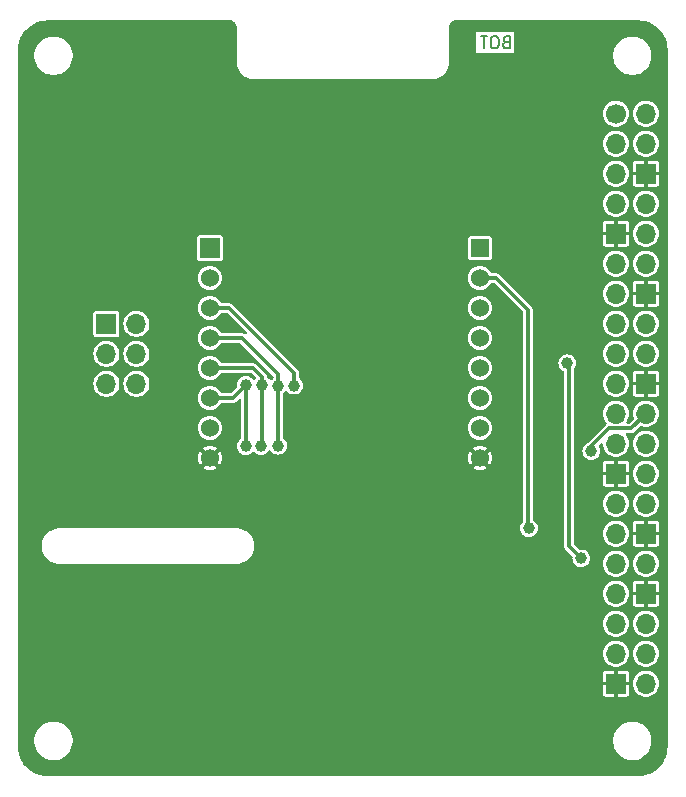
<source format=gbr>
%TF.GenerationSoftware,KiCad,Pcbnew,8.0.7+1*%
%TF.CreationDate,2025-02-19T14:48:17+01:00*%
%TF.ProjectId,ts15-rpi-shield,74733135-2d72-4706-992d-736869656c64,rev?*%
%TF.SameCoordinates,Original*%
%TF.FileFunction,Copper,L2,Bot*%
%TF.FilePolarity,Positive*%
%FSLAX46Y46*%
G04 Gerber Fmt 4.6, Leading zero omitted, Abs format (unit mm)*
G04 Created by KiCad (PCBNEW 8.0.7+1) date 2025-02-19 14:48:17*
%MOMM*%
%LPD*%
G01*
G04 APERTURE LIST*
%ADD10C,0.200000*%
%TA.AperFunction,NonConductor*%
%ADD11C,0.200000*%
%TD*%
%TA.AperFunction,ComponentPad*%
%ADD12R,1.700000X1.700000*%
%TD*%
%TA.AperFunction,ComponentPad*%
%ADD13O,1.700000X1.700000*%
%TD*%
%TA.AperFunction,ComponentPad*%
%ADD14R,1.676400X1.676400*%
%TD*%
%TA.AperFunction,ComponentPad*%
%ADD15C,1.524000*%
%TD*%
%TA.AperFunction,ComponentPad*%
%ADD16R,1.524000X1.524000*%
%TD*%
%TA.AperFunction,ComponentPad*%
%ADD17C,1.700000*%
%TD*%
%TA.AperFunction,ViaPad*%
%ADD18C,1.000000*%
%TD*%
%TA.AperFunction,Conductor*%
%ADD19C,0.300000*%
%TD*%
G04 APERTURE END LIST*
D10*
D11*
X154296993Y-72343409D02*
X154154136Y-72391028D01*
X154154136Y-72391028D02*
X154106517Y-72438647D01*
X154106517Y-72438647D02*
X154058898Y-72533885D01*
X154058898Y-72533885D02*
X154058898Y-72676742D01*
X154058898Y-72676742D02*
X154106517Y-72771980D01*
X154106517Y-72771980D02*
X154154136Y-72819600D01*
X154154136Y-72819600D02*
X154249374Y-72867219D01*
X154249374Y-72867219D02*
X154630326Y-72867219D01*
X154630326Y-72867219D02*
X154630326Y-71867219D01*
X154630326Y-71867219D02*
X154296993Y-71867219D01*
X154296993Y-71867219D02*
X154201755Y-71914838D01*
X154201755Y-71914838D02*
X154154136Y-71962457D01*
X154154136Y-71962457D02*
X154106517Y-72057695D01*
X154106517Y-72057695D02*
X154106517Y-72152933D01*
X154106517Y-72152933D02*
X154154136Y-72248171D01*
X154154136Y-72248171D02*
X154201755Y-72295790D01*
X154201755Y-72295790D02*
X154296993Y-72343409D01*
X154296993Y-72343409D02*
X154630326Y-72343409D01*
X153439850Y-71867219D02*
X153249374Y-71867219D01*
X153249374Y-71867219D02*
X153154136Y-71914838D01*
X153154136Y-71914838D02*
X153058898Y-72010076D01*
X153058898Y-72010076D02*
X153011279Y-72200552D01*
X153011279Y-72200552D02*
X153011279Y-72533885D01*
X153011279Y-72533885D02*
X153058898Y-72724361D01*
X153058898Y-72724361D02*
X153154136Y-72819600D01*
X153154136Y-72819600D02*
X153249374Y-72867219D01*
X153249374Y-72867219D02*
X153439850Y-72867219D01*
X153439850Y-72867219D02*
X153535088Y-72819600D01*
X153535088Y-72819600D02*
X153630326Y-72724361D01*
X153630326Y-72724361D02*
X153677945Y-72533885D01*
X153677945Y-72533885D02*
X153677945Y-72200552D01*
X153677945Y-72200552D02*
X153630326Y-72010076D01*
X153630326Y-72010076D02*
X153535088Y-71914838D01*
X153535088Y-71914838D02*
X153439850Y-71867219D01*
X152725564Y-71867219D02*
X152154136Y-71867219D01*
X152439850Y-72867219D02*
X152439850Y-71867219D01*
D12*
%TO.P,J2,1,Pin_1*%
%TO.N,/SPI_CE0*%
X120475000Y-96195000D03*
D13*
%TO.P,J2,2,Pin_2*%
%TO.N,/SPI_CS*%
X123015000Y-96195000D03*
%TO.P,J2,3,Pin_3*%
%TO.N,/SPI_CE1*%
X120475000Y-98735000D03*
%TO.P,J2,4,Pin_4*%
%TO.N,/SPI_CS*%
X123015000Y-98735000D03*
%TO.P,J2,5,Pin_5*%
%TO.N,/GPIO25*%
X120475000Y-101275000D03*
%TO.P,J2,6,Pin_6*%
%TO.N,/SPI_CS*%
X123015000Y-101275000D03*
%TD*%
D14*
%TO.P,CON1,P1,AN*%
%TO.N,unconnected-(CON1-AN-PadP1)*%
X129240000Y-89770000D03*
D15*
%TO.P,CON1,P2,RST*%
%TO.N,unconnected-(CON1-RST-PadP2)*%
X129240000Y-92310000D03*
%TO.P,CON1,P3,CS*%
%TO.N,/SPI_CS*%
X129240000Y-94850000D03*
%TO.P,CON1,P4,SCK*%
%TO.N,/SPI_SCK*%
X129240000Y-97390000D03*
%TO.P,CON1,P5,MISO*%
%TO.N,/SPI_MISO*%
X129240000Y-99930000D03*
%TO.P,CON1,P6,MOSI*%
%TO.N,/SPI_MOSI*%
X129240000Y-102470000D03*
%TO.P,CON1,P7,3V3*%
%TO.N,VCC*%
X129240000Y-105010000D03*
%TO.P,CON1,P8,GND1*%
%TO.N,GND*%
X129240000Y-107550000D03*
%TO.P,CON1,P9,GND2*%
X152100000Y-107550000D03*
%TO.P,CON1,P10,5V*%
%TO.N,unconnected-(CON1-5V-PadP10)*%
X152100000Y-105010000D03*
%TO.P,CON1,P11,SDA*%
%TO.N,unconnected-(CON1-SDA-PadP11)*%
X152100000Y-102470000D03*
%TO.P,CON1,P12,SCL*%
%TO.N,unconnected-(CON1-SCL-PadP12)*%
X152100000Y-99930000D03*
%TO.P,CON1,P13,RX*%
%TO.N,unconnected-(CON1-RX-PadP13)*%
X152100000Y-97390000D03*
%TO.P,CON1,P14,TX*%
%TO.N,unconnected-(CON1-TX-PadP14)*%
X152100000Y-94850000D03*
%TO.P,CON1,P15,INT*%
%TO.N,/GPO*%
X152100000Y-92310000D03*
D16*
%TO.P,CON1,P16,PWM*%
%TO.N,unconnected-(CON1-PWM-PadP16)*%
X152100000Y-89770000D03*
%TD*%
D17*
%TO.P,J1,1,Pin_1*%
%TO.N,Net-(J1-Pin_1)*%
X163622000Y-78400000D03*
D13*
%TO.P,J1,2,Pin_2*%
%TO.N,+5V*%
X166162000Y-78400000D03*
%TO.P,J1,3,Pin_3*%
%TO.N,unconnected-(J1-Pin_3-Pad3)*%
X163622000Y-80940000D03*
%TO.P,J1,4,Pin_4*%
%TO.N,+5V*%
X166162000Y-80940000D03*
%TO.P,J1,5,Pin_5*%
%TO.N,unconnected-(J1-Pin_5-Pad5)*%
X163622000Y-83480000D03*
D12*
%TO.P,J1,6,Pin_6*%
%TO.N,GND*%
X166162000Y-83480000D03*
D13*
%TO.P,J1,7,Pin_7*%
%TO.N,unconnected-(J1-Pin_7-Pad7)*%
X163622000Y-86020000D03*
%TO.P,J1,8,Pin_8*%
%TO.N,unconnected-(J1-Pin_8-Pad8)*%
X166162000Y-86020000D03*
D12*
%TO.P,J1,9,Pin_9*%
%TO.N,GND*%
X163622000Y-88560000D03*
D13*
%TO.P,J1,10,Pin_10*%
%TO.N,unconnected-(J1-Pin_10-Pad10)*%
X166162000Y-88560000D03*
%TO.P,J1,11,Pin_11*%
%TO.N,unconnected-(J1-Pin_11-Pad11)*%
X163622000Y-91100000D03*
%TO.P,J1,12,Pin_12*%
%TO.N,unconnected-(J1-Pin_12-Pad12)*%
X166162000Y-91100000D03*
%TO.P,J1,13,Pin_13*%
%TO.N,unconnected-(J1-Pin_13-Pad13)*%
X163622000Y-93640000D03*
D12*
%TO.P,J1,14,Pin_14*%
%TO.N,GND*%
X166162000Y-93640000D03*
D13*
%TO.P,J1,15,Pin_15*%
%TO.N,unconnected-(J1-Pin_15-Pad15)*%
X163622000Y-96180000D03*
%TO.P,J1,16,Pin_16*%
%TO.N,unconnected-(J1-Pin_16-Pad16)*%
X166162000Y-96180000D03*
%TO.P,J1,17,Pin_17*%
%TO.N,Net-(J1-Pin_1)*%
X163622000Y-98720000D03*
%TO.P,J1,18,Pin_18*%
%TO.N,unconnected-(J1-Pin_18-Pad18)*%
X166162000Y-98720000D03*
%TO.P,J1,19,Pin_19*%
%TO.N,/SPI_MOSI*%
X163622000Y-101260000D03*
D12*
%TO.P,J1,20,Pin_20*%
%TO.N,GND*%
X166162000Y-101260000D03*
D13*
%TO.P,J1,21,Pin_21*%
%TO.N,/SPI_MISO*%
X163622000Y-103800000D03*
%TO.P,J1,22,Pin_22*%
%TO.N,/GPIO25*%
X166162000Y-103800000D03*
%TO.P,J1,23,Pin_23*%
%TO.N,/SPI_SCK*%
X163622000Y-106340000D03*
%TO.P,J1,24,Pin_24*%
%TO.N,/SPI_CE0*%
X166162000Y-106340000D03*
D12*
%TO.P,J1,25,Pin_25*%
%TO.N,GND*%
X163622000Y-108880000D03*
D13*
%TO.P,J1,26,Pin_26*%
%TO.N,/SPI_CE1*%
X166162000Y-108880000D03*
%TO.P,J1,27,Pin_27*%
%TO.N,unconnected-(J1-Pin_27-Pad27)*%
X163622000Y-111420000D03*
%TO.P,J1,28,Pin_28*%
%TO.N,unconnected-(J1-Pin_28-Pad28)*%
X166162000Y-111420000D03*
%TO.P,J1,29,Pin_29*%
%TO.N,/GPIO5*%
X163622000Y-113960000D03*
D12*
%TO.P,J1,30,Pin_30*%
%TO.N,GND*%
X166162000Y-113960000D03*
D13*
%TO.P,J1,31,Pin_31*%
%TO.N,unconnected-(J1-Pin_31-Pad31)*%
X163622000Y-116500000D03*
%TO.P,J1,32,Pin_32*%
%TO.N,unconnected-(J1-Pin_32-Pad32)*%
X166162000Y-116500000D03*
%TO.P,J1,33,Pin_33*%
%TO.N,unconnected-(J1-Pin_33-Pad33)*%
X163622000Y-119040000D03*
D12*
%TO.P,J1,34,Pin_34*%
%TO.N,GND*%
X166162000Y-119040000D03*
D13*
%TO.P,J1,35,Pin_35*%
%TO.N,unconnected-(J1-Pin_35-Pad35)*%
X163622000Y-121580000D03*
%TO.P,J1,36,Pin_36*%
%TO.N,unconnected-(J1-Pin_36-Pad36)*%
X166162000Y-121580000D03*
%TO.P,J1,37,Pin_37*%
%TO.N,unconnected-(J1-Pin_37-Pad37)*%
X163622000Y-124120000D03*
%TO.P,J1,38,Pin_38*%
%TO.N,unconnected-(J1-Pin_38-Pad38)*%
X166162000Y-124120000D03*
D12*
%TO.P,J1,39,Pin_39*%
%TO.N,GND*%
X163622000Y-126660000D03*
D13*
%TO.P,J1,40,Pin_40*%
%TO.N,unconnected-(J1-Pin_40-Pad40)*%
X166162000Y-126660000D03*
%TD*%
D18*
%TO.N,GND*%
X158500000Y-106750000D03*
X119170000Y-104380000D03*
X124060000Y-103810000D03*
X161280000Y-111610000D03*
X153680000Y-111230000D03*
%TO.N,/GPIO25*%
X161540000Y-106970000D03*
%TO.N,GND*%
X130500000Y-85000000D03*
X149600000Y-104800000D03*
X137500000Y-111030000D03*
X114500000Y-90000000D03*
X132500000Y-92000000D03*
X158500000Y-101000000D03*
X143130000Y-103660000D03*
X140310000Y-95810000D03*
X152500000Y-115000000D03*
X121500000Y-73000000D03*
X150500000Y-73000000D03*
X114500000Y-80000000D03*
X130500000Y-133000000D03*
X150500000Y-133000000D03*
X129600000Y-110800000D03*
X159500000Y-133000000D03*
X146080000Y-102800000D03*
X146080000Y-101060000D03*
X114500000Y-100000000D03*
X159500000Y-73000000D03*
X143130000Y-102350000D03*
X137910000Y-101360000D03*
X114500000Y-120000000D03*
X114500000Y-110000000D03*
X121500000Y-133000000D03*
X135450000Y-97670000D03*
X143510000Y-108070000D03*
X149600000Y-94800000D03*
X150500000Y-85000000D03*
X130500000Y-73000000D03*
X144350000Y-95800000D03*
X137910000Y-103050000D03*
%TO.N,/GPO*%
X156250000Y-113500000D03*
%TO.N,VCC*%
X159500000Y-99540000D03*
X160690000Y-116060000D03*
%TO.N,/SPI_SCK*%
X135030000Y-101420000D03*
X135030000Y-106510000D03*
%TO.N,/SPI_MOSI*%
X132280000Y-106570000D03*
X132280000Y-101380000D03*
%TO.N,/SPI_CS*%
X136370000Y-101420000D03*
%TO.N,/SPI_MISO*%
X133595000Y-106525000D03*
X133680000Y-101350000D03*
%TD*%
D19*
%TO.N,/GPIO25*%
X161540000Y-106970000D02*
X161540000Y-106520000D01*
X161540000Y-106520000D02*
X163020000Y-105040000D01*
X163020000Y-105040000D02*
X164922000Y-105040000D01*
X164922000Y-105040000D02*
X166162000Y-103800000D01*
%TO.N,VCC*%
X159650000Y-99690000D02*
X159650000Y-115020000D01*
X159500000Y-99540000D02*
X159650000Y-99690000D01*
X159650000Y-115020000D02*
X160690000Y-116060000D01*
%TO.N,/GPO*%
X156250000Y-113500000D02*
X156160000Y-113410000D01*
X156160000Y-113410000D02*
X156160000Y-94990000D01*
X153480000Y-92310000D02*
X152100000Y-92310000D01*
X156160000Y-94990000D02*
X153480000Y-92310000D01*
%TO.N,/SPI_SCK*%
X135030000Y-100480000D02*
X131940000Y-97390000D01*
X135030000Y-101420000D02*
X135030000Y-100480000D01*
X135030000Y-106510000D02*
X135030000Y-101420000D01*
X131940000Y-97390000D02*
X129740000Y-97390000D01*
%TO.N,/SPI_MOSI*%
X132280000Y-101380000D02*
X131190000Y-102470000D01*
X131190000Y-102470000D02*
X129740000Y-102470000D01*
X132280000Y-106570000D02*
X132280000Y-101380000D01*
%TO.N,/SPI_CS*%
X136370000Y-100340000D02*
X130880000Y-94850000D01*
X136370000Y-101420000D02*
X136370000Y-100340000D01*
X130880000Y-94850000D02*
X129740000Y-94850000D01*
%TO.N,/SPI_MISO*%
X133680000Y-106440000D02*
X133680000Y-101350000D01*
X132910000Y-99930000D02*
X129740000Y-99930000D01*
X133680000Y-100700000D02*
X132910000Y-99930000D01*
X133680000Y-101350000D02*
X133680000Y-100700000D01*
X133595000Y-106525000D02*
X133680000Y-106440000D01*
%TD*%
%TA.AperFunction,Conductor*%
%TO.N,GND*%
G36*
X131006922Y-70501280D02*
G01*
X131097266Y-70511459D01*
X131124331Y-70517636D01*
X131203540Y-70545352D01*
X131228553Y-70557398D01*
X131299606Y-70602043D01*
X131321313Y-70619355D01*
X131380644Y-70678686D01*
X131397957Y-70700395D01*
X131442600Y-70771444D01*
X131454648Y-70796462D01*
X131482362Y-70875666D01*
X131488540Y-70902735D01*
X131498720Y-70993076D01*
X131499500Y-71006961D01*
X131499500Y-73934108D01*
X131499500Y-74000000D01*
X131499500Y-74107318D01*
X131501895Y-74123975D01*
X131530044Y-74319764D01*
X131530047Y-74319774D01*
X131590517Y-74525715D01*
X131679672Y-74720938D01*
X131679679Y-74720951D01*
X131795720Y-74901514D01*
X131936275Y-75063724D01*
X132007569Y-75125500D01*
X132098487Y-75204281D01*
X132227531Y-75287211D01*
X132279048Y-75320320D01*
X132279061Y-75320327D01*
X132474284Y-75409482D01*
X132474288Y-75409483D01*
X132474290Y-75409484D01*
X132680231Y-75469954D01*
X132680232Y-75469954D01*
X132680235Y-75469955D01*
X132743584Y-75479062D01*
X132892682Y-75500500D01*
X132892683Y-75500500D01*
X148107317Y-75500500D01*
X148107318Y-75500500D01*
X148277851Y-75475980D01*
X148319764Y-75469955D01*
X148319765Y-75469954D01*
X148319769Y-75469954D01*
X148525710Y-75409484D01*
X148525713Y-75409482D01*
X148525715Y-75409482D01*
X148720938Y-75320327D01*
X148720944Y-75320323D01*
X148720950Y-75320321D01*
X148901513Y-75204281D01*
X149063724Y-75063724D01*
X149204281Y-74901513D01*
X149320321Y-74720950D01*
X149320323Y-74720944D01*
X149320327Y-74720938D01*
X149409482Y-74525715D01*
X149409482Y-74525713D01*
X149409484Y-74525710D01*
X149469954Y-74319769D01*
X149500500Y-74107318D01*
X149500500Y-74000000D01*
X149500500Y-73934108D01*
X149500500Y-73372070D01*
X163374500Y-73372070D01*
X163374500Y-73627929D01*
X163414526Y-73880640D01*
X163493588Y-74123972D01*
X163493589Y-74123975D01*
X163572533Y-74278910D01*
X163593352Y-74319769D01*
X163609750Y-74351950D01*
X163760132Y-74558935D01*
X163760136Y-74558940D01*
X163941059Y-74739863D01*
X163941064Y-74739867D01*
X164121607Y-74871038D01*
X164148053Y-74890252D01*
X164297080Y-74966185D01*
X164376024Y-75006410D01*
X164376027Y-75006411D01*
X164497693Y-75045942D01*
X164619361Y-75085474D01*
X164872070Y-75125500D01*
X164872071Y-75125500D01*
X165127929Y-75125500D01*
X165127930Y-75125500D01*
X165380639Y-75085474D01*
X165623975Y-75006410D01*
X165851947Y-74890252D01*
X166058942Y-74739862D01*
X166239862Y-74558942D01*
X166390252Y-74351947D01*
X166506410Y-74123975D01*
X166585474Y-73880639D01*
X166625500Y-73627930D01*
X166625500Y-73372070D01*
X166585474Y-73119361D01*
X166506410Y-72876025D01*
X166506410Y-72876024D01*
X166466185Y-72797080D01*
X166390252Y-72648053D01*
X166371038Y-72621607D01*
X166239867Y-72441064D01*
X166239863Y-72441059D01*
X166058940Y-72260136D01*
X166058935Y-72260132D01*
X165851950Y-72109750D01*
X165851949Y-72109749D01*
X165851947Y-72109748D01*
X165778910Y-72072533D01*
X165623975Y-71993589D01*
X165623972Y-71993588D01*
X165380640Y-71914526D01*
X165254284Y-71894513D01*
X165127930Y-71874500D01*
X164872070Y-71874500D01*
X164787833Y-71887842D01*
X164619359Y-71914526D01*
X164376027Y-71993588D01*
X164376024Y-71993589D01*
X164148049Y-72109750D01*
X163941064Y-72260132D01*
X163941059Y-72260136D01*
X163760136Y-72441059D01*
X163760132Y-72441064D01*
X163609750Y-72648049D01*
X163493589Y-72876024D01*
X163493588Y-72876027D01*
X163414526Y-73119359D01*
X163374500Y-73372070D01*
X149500500Y-73372070D01*
X149500500Y-73223864D01*
X151798636Y-73223864D01*
X154985826Y-73223864D01*
X154985826Y-71510574D01*
X151798636Y-71510574D01*
X151798636Y-73223864D01*
X149500500Y-73223864D01*
X149500500Y-71006961D01*
X149501280Y-70993077D01*
X149507365Y-70939070D01*
X149511459Y-70902731D01*
X149517635Y-70875670D01*
X149545353Y-70796456D01*
X149557396Y-70771450D01*
X149602046Y-70700389D01*
X149619351Y-70678690D01*
X149678690Y-70619351D01*
X149700389Y-70602046D01*
X149771450Y-70557396D01*
X149796456Y-70545353D01*
X149875670Y-70517635D01*
X149902733Y-70511459D01*
X149965419Y-70504396D01*
X149993079Y-70501280D01*
X150006962Y-70500500D01*
X150065892Y-70500500D01*
X165496267Y-70500500D01*
X165503754Y-70500726D01*
X165793797Y-70518270D01*
X165808660Y-70520075D01*
X166090798Y-70571779D01*
X166105335Y-70575362D01*
X166379183Y-70660697D01*
X166393164Y-70665999D01*
X166654735Y-70783723D01*
X166667988Y-70790679D01*
X166913459Y-70939070D01*
X166925777Y-70947572D01*
X167151574Y-71124473D01*
X167162782Y-71134403D01*
X167365596Y-71337217D01*
X167375526Y-71348425D01*
X167552425Y-71574219D01*
X167560929Y-71586540D01*
X167709320Y-71832011D01*
X167716278Y-71845268D01*
X167833995Y-72106822D01*
X167839305Y-72120824D01*
X167924636Y-72394663D01*
X167928220Y-72409201D01*
X167979924Y-72691339D01*
X167981729Y-72706204D01*
X167999274Y-72996260D01*
X167999500Y-73003747D01*
X167999500Y-131996249D01*
X167999274Y-132003736D01*
X167981728Y-132293794D01*
X167979923Y-132308659D01*
X167928219Y-132590798D01*
X167924635Y-132605336D01*
X167839306Y-132879167D01*
X167833997Y-132893168D01*
X167716275Y-133154736D01*
X167709316Y-133167995D01*
X167560928Y-133413459D01*
X167552422Y-133425782D01*
X167375526Y-133651573D01*
X167365596Y-133662781D01*
X167162781Y-133865596D01*
X167151573Y-133875526D01*
X166925782Y-134052422D01*
X166913459Y-134060928D01*
X166667995Y-134209316D01*
X166654736Y-134216275D01*
X166393168Y-134333997D01*
X166379167Y-134339306D01*
X166105336Y-134424635D01*
X166090798Y-134428219D01*
X165808659Y-134479923D01*
X165793794Y-134481728D01*
X165503736Y-134499274D01*
X165496249Y-134499500D01*
X115503751Y-134499500D01*
X115496264Y-134499274D01*
X115206205Y-134481728D01*
X115191340Y-134479923D01*
X114909201Y-134428219D01*
X114894663Y-134424635D01*
X114620832Y-134339306D01*
X114606831Y-134333997D01*
X114345263Y-134216275D01*
X114332004Y-134209316D01*
X114086540Y-134060928D01*
X114074217Y-134052422D01*
X113848426Y-133875526D01*
X113837218Y-133865596D01*
X113634403Y-133662781D01*
X113624473Y-133651573D01*
X113447573Y-133425776D01*
X113439075Y-133413465D01*
X113290680Y-133167989D01*
X113283727Y-133154743D01*
X113166000Y-132893163D01*
X113160693Y-132879167D01*
X113117285Y-132739867D01*
X113075363Y-132605335D01*
X113071780Y-132590798D01*
X113020076Y-132308659D01*
X113018271Y-132293794D01*
X113000726Y-132003736D01*
X113000500Y-131996249D01*
X113000500Y-131372070D01*
X114374500Y-131372070D01*
X114374500Y-131627929D01*
X114414526Y-131880640D01*
X114493588Y-132123972D01*
X114493589Y-132123975D01*
X114518044Y-132171969D01*
X114580117Y-132293794D01*
X114609750Y-132351950D01*
X114760132Y-132558935D01*
X114760136Y-132558940D01*
X114941059Y-132739863D01*
X114941064Y-132739867D01*
X115121607Y-132871038D01*
X115148053Y-132890252D01*
X115297080Y-132966185D01*
X115376024Y-133006410D01*
X115376027Y-133006411D01*
X115497693Y-133045942D01*
X115619361Y-133085474D01*
X115872070Y-133125500D01*
X115872071Y-133125500D01*
X116127929Y-133125500D01*
X116127930Y-133125500D01*
X116380639Y-133085474D01*
X116623975Y-133006410D01*
X116851947Y-132890252D01*
X117058942Y-132739862D01*
X117239862Y-132558942D01*
X117390252Y-132351947D01*
X117506410Y-132123975D01*
X117585474Y-131880639D01*
X117625500Y-131627930D01*
X117625500Y-131372070D01*
X163374500Y-131372070D01*
X163374500Y-131627929D01*
X163414526Y-131880640D01*
X163493588Y-132123972D01*
X163493589Y-132123975D01*
X163518044Y-132171969D01*
X163580117Y-132293794D01*
X163609750Y-132351950D01*
X163760132Y-132558935D01*
X163760136Y-132558940D01*
X163941059Y-132739863D01*
X163941064Y-132739867D01*
X164121607Y-132871038D01*
X164148053Y-132890252D01*
X164297080Y-132966185D01*
X164376024Y-133006410D01*
X164376027Y-133006411D01*
X164497693Y-133045942D01*
X164619361Y-133085474D01*
X164872070Y-133125500D01*
X164872071Y-133125500D01*
X165127929Y-133125500D01*
X165127930Y-133125500D01*
X165380639Y-133085474D01*
X165623975Y-133006410D01*
X165851947Y-132890252D01*
X166058942Y-132739862D01*
X166239862Y-132558942D01*
X166390252Y-132351947D01*
X166506410Y-132123975D01*
X166585474Y-131880639D01*
X166625500Y-131627930D01*
X166625500Y-131372070D01*
X166585474Y-131119361D01*
X166506410Y-130876025D01*
X166506410Y-130876024D01*
X166466185Y-130797080D01*
X166390252Y-130648053D01*
X166371038Y-130621607D01*
X166239867Y-130441064D01*
X166239863Y-130441059D01*
X166058940Y-130260136D01*
X166058935Y-130260132D01*
X165851950Y-130109750D01*
X165851949Y-130109749D01*
X165851947Y-130109748D01*
X165778910Y-130072533D01*
X165623975Y-129993589D01*
X165623972Y-129993588D01*
X165380640Y-129914526D01*
X165254284Y-129894513D01*
X165127930Y-129874500D01*
X164872070Y-129874500D01*
X164787833Y-129887842D01*
X164619359Y-129914526D01*
X164376027Y-129993588D01*
X164376024Y-129993589D01*
X164148049Y-130109750D01*
X163941064Y-130260132D01*
X163941059Y-130260136D01*
X163760136Y-130441059D01*
X163760132Y-130441064D01*
X163609750Y-130648049D01*
X163493589Y-130876024D01*
X163493588Y-130876027D01*
X163414526Y-131119359D01*
X163374500Y-131372070D01*
X117625500Y-131372070D01*
X117585474Y-131119361D01*
X117506410Y-130876025D01*
X117506410Y-130876024D01*
X117466185Y-130797080D01*
X117390252Y-130648053D01*
X117371038Y-130621607D01*
X117239867Y-130441064D01*
X117239863Y-130441059D01*
X117058940Y-130260136D01*
X117058935Y-130260132D01*
X116851950Y-130109750D01*
X116851949Y-130109749D01*
X116851947Y-130109748D01*
X116778910Y-130072533D01*
X116623975Y-129993589D01*
X116623972Y-129993588D01*
X116380640Y-129914526D01*
X116254284Y-129894513D01*
X116127930Y-129874500D01*
X115872070Y-129874500D01*
X115787833Y-129887842D01*
X115619359Y-129914526D01*
X115376027Y-129993588D01*
X115376024Y-129993589D01*
X115148049Y-130109750D01*
X114941064Y-130260132D01*
X114941059Y-130260136D01*
X114760136Y-130441059D01*
X114760132Y-130441064D01*
X114609750Y-130648049D01*
X114493589Y-130876024D01*
X114493588Y-130876027D01*
X114414526Y-131119359D01*
X114374500Y-131372070D01*
X113000500Y-131372070D01*
X113000500Y-125785371D01*
X162522000Y-125785371D01*
X162522000Y-126510000D01*
X163144555Y-126510000D01*
X163122000Y-126594174D01*
X163122000Y-126725826D01*
X163144555Y-126810000D01*
X162522000Y-126810000D01*
X162522000Y-127534628D01*
X162536503Y-127607540D01*
X162536505Y-127607544D01*
X162591760Y-127690239D01*
X162674455Y-127745494D01*
X162674459Y-127745496D01*
X162747371Y-127759999D01*
X162747374Y-127760000D01*
X163472000Y-127760000D01*
X163472000Y-127137445D01*
X163556174Y-127160000D01*
X163687826Y-127160000D01*
X163772000Y-127137445D01*
X163772000Y-127760000D01*
X164496626Y-127760000D01*
X164496628Y-127759999D01*
X164569540Y-127745496D01*
X164569544Y-127745494D01*
X164652239Y-127690239D01*
X164707494Y-127607544D01*
X164707496Y-127607540D01*
X164721999Y-127534628D01*
X164722000Y-127534626D01*
X164722000Y-126810000D01*
X164099445Y-126810000D01*
X164122000Y-126725826D01*
X164122000Y-126659999D01*
X165056785Y-126659999D01*
X165056785Y-126660000D01*
X165075602Y-126863082D01*
X165131417Y-127059247D01*
X165131422Y-127059260D01*
X165222327Y-127241821D01*
X165345237Y-127404581D01*
X165495958Y-127541980D01*
X165495960Y-127541982D01*
X165595141Y-127603392D01*
X165669363Y-127649348D01*
X165859544Y-127723024D01*
X166060024Y-127760500D01*
X166060026Y-127760500D01*
X166263974Y-127760500D01*
X166263976Y-127760500D01*
X166464456Y-127723024D01*
X166654637Y-127649348D01*
X166828041Y-127541981D01*
X166978764Y-127404579D01*
X167101673Y-127241821D01*
X167192582Y-127059250D01*
X167248397Y-126863083D01*
X167267215Y-126660000D01*
X167261115Y-126594174D01*
X167248397Y-126456917D01*
X167192582Y-126260750D01*
X167192159Y-126259901D01*
X167142415Y-126160000D01*
X167101673Y-126078179D01*
X166978764Y-125915421D01*
X166978762Y-125915418D01*
X166828041Y-125778019D01*
X166828039Y-125778017D01*
X166654642Y-125670655D01*
X166654635Y-125670651D01*
X166549082Y-125629760D01*
X166464456Y-125596976D01*
X166263976Y-125559500D01*
X166060024Y-125559500D01*
X165859544Y-125596976D01*
X165859541Y-125596976D01*
X165859541Y-125596977D01*
X165669364Y-125670651D01*
X165669357Y-125670655D01*
X165495960Y-125778017D01*
X165495958Y-125778019D01*
X165345237Y-125915418D01*
X165222327Y-126078178D01*
X165131422Y-126260739D01*
X165131417Y-126260752D01*
X165075602Y-126456917D01*
X165056785Y-126659999D01*
X164122000Y-126659999D01*
X164122000Y-126594174D01*
X164099445Y-126510000D01*
X164722000Y-126510000D01*
X164722000Y-125785373D01*
X164721999Y-125785371D01*
X164707496Y-125712459D01*
X164707494Y-125712455D01*
X164652239Y-125629760D01*
X164569544Y-125574505D01*
X164569540Y-125574503D01*
X164496627Y-125560000D01*
X163772000Y-125560000D01*
X163772000Y-126182554D01*
X163687826Y-126160000D01*
X163556174Y-126160000D01*
X163472000Y-126182554D01*
X163472000Y-125560000D01*
X162747373Y-125560000D01*
X162674459Y-125574503D01*
X162674455Y-125574505D01*
X162591760Y-125629760D01*
X162536505Y-125712455D01*
X162536503Y-125712459D01*
X162522000Y-125785371D01*
X113000500Y-125785371D01*
X113000500Y-124119999D01*
X162516785Y-124119999D01*
X162516785Y-124120000D01*
X162535602Y-124323082D01*
X162591417Y-124519247D01*
X162591422Y-124519260D01*
X162682327Y-124701821D01*
X162805237Y-124864581D01*
X162955958Y-125001980D01*
X162955960Y-125001982D01*
X163055141Y-125063392D01*
X163129363Y-125109348D01*
X163319544Y-125183024D01*
X163520024Y-125220500D01*
X163520026Y-125220500D01*
X163723974Y-125220500D01*
X163723976Y-125220500D01*
X163924456Y-125183024D01*
X164114637Y-125109348D01*
X164288041Y-125001981D01*
X164438764Y-124864579D01*
X164561673Y-124701821D01*
X164652582Y-124519250D01*
X164708397Y-124323083D01*
X164727215Y-124120000D01*
X164727215Y-124119999D01*
X165056785Y-124119999D01*
X165056785Y-124120000D01*
X165075602Y-124323082D01*
X165131417Y-124519247D01*
X165131422Y-124519260D01*
X165222327Y-124701821D01*
X165345237Y-124864581D01*
X165495958Y-125001980D01*
X165495960Y-125001982D01*
X165595141Y-125063392D01*
X165669363Y-125109348D01*
X165859544Y-125183024D01*
X166060024Y-125220500D01*
X166060026Y-125220500D01*
X166263974Y-125220500D01*
X166263976Y-125220500D01*
X166464456Y-125183024D01*
X166654637Y-125109348D01*
X166828041Y-125001981D01*
X166978764Y-124864579D01*
X167101673Y-124701821D01*
X167192582Y-124519250D01*
X167248397Y-124323083D01*
X167267215Y-124120000D01*
X167248397Y-123916917D01*
X167192582Y-123720750D01*
X167101673Y-123538179D01*
X166978764Y-123375421D01*
X166978762Y-123375418D01*
X166828041Y-123238019D01*
X166828039Y-123238017D01*
X166654642Y-123130655D01*
X166654635Y-123130651D01*
X166559546Y-123093814D01*
X166464456Y-123056976D01*
X166263976Y-123019500D01*
X166060024Y-123019500D01*
X165859544Y-123056976D01*
X165859541Y-123056976D01*
X165859541Y-123056977D01*
X165669364Y-123130651D01*
X165669357Y-123130655D01*
X165495960Y-123238017D01*
X165495958Y-123238019D01*
X165345237Y-123375418D01*
X165222327Y-123538178D01*
X165131422Y-123720739D01*
X165131417Y-123720752D01*
X165075602Y-123916917D01*
X165056785Y-124119999D01*
X164727215Y-124119999D01*
X164708397Y-123916917D01*
X164652582Y-123720750D01*
X164561673Y-123538179D01*
X164438764Y-123375421D01*
X164438762Y-123375418D01*
X164288041Y-123238019D01*
X164288039Y-123238017D01*
X164114642Y-123130655D01*
X164114635Y-123130651D01*
X164019546Y-123093814D01*
X163924456Y-123056976D01*
X163723976Y-123019500D01*
X163520024Y-123019500D01*
X163319544Y-123056976D01*
X163319541Y-123056976D01*
X163319541Y-123056977D01*
X163129364Y-123130651D01*
X163129357Y-123130655D01*
X162955960Y-123238017D01*
X162955958Y-123238019D01*
X162805237Y-123375418D01*
X162682327Y-123538178D01*
X162591422Y-123720739D01*
X162591417Y-123720752D01*
X162535602Y-123916917D01*
X162516785Y-124119999D01*
X113000500Y-124119999D01*
X113000500Y-121579999D01*
X162516785Y-121579999D01*
X162516785Y-121580000D01*
X162535602Y-121783082D01*
X162591417Y-121979247D01*
X162591422Y-121979260D01*
X162682327Y-122161821D01*
X162805237Y-122324581D01*
X162955958Y-122461980D01*
X162955960Y-122461982D01*
X163055141Y-122523392D01*
X163129363Y-122569348D01*
X163319544Y-122643024D01*
X163520024Y-122680500D01*
X163520026Y-122680500D01*
X163723974Y-122680500D01*
X163723976Y-122680500D01*
X163924456Y-122643024D01*
X164114637Y-122569348D01*
X164288041Y-122461981D01*
X164438764Y-122324579D01*
X164561673Y-122161821D01*
X164652582Y-121979250D01*
X164708397Y-121783083D01*
X164727215Y-121580000D01*
X164727215Y-121579999D01*
X165056785Y-121579999D01*
X165056785Y-121580000D01*
X165075602Y-121783082D01*
X165131417Y-121979247D01*
X165131422Y-121979260D01*
X165222327Y-122161821D01*
X165345237Y-122324581D01*
X165495958Y-122461980D01*
X165495960Y-122461982D01*
X165595141Y-122523392D01*
X165669363Y-122569348D01*
X165859544Y-122643024D01*
X166060024Y-122680500D01*
X166060026Y-122680500D01*
X166263974Y-122680500D01*
X166263976Y-122680500D01*
X166464456Y-122643024D01*
X166654637Y-122569348D01*
X166828041Y-122461981D01*
X166978764Y-122324579D01*
X167101673Y-122161821D01*
X167192582Y-121979250D01*
X167248397Y-121783083D01*
X167267215Y-121580000D01*
X167248397Y-121376917D01*
X167192582Y-121180750D01*
X167101673Y-120998179D01*
X166978764Y-120835421D01*
X166978762Y-120835418D01*
X166828041Y-120698019D01*
X166828039Y-120698017D01*
X166654642Y-120590655D01*
X166654635Y-120590651D01*
X166559546Y-120553814D01*
X166464456Y-120516976D01*
X166263976Y-120479500D01*
X166060024Y-120479500D01*
X165859544Y-120516976D01*
X165859541Y-120516976D01*
X165859541Y-120516977D01*
X165669364Y-120590651D01*
X165669357Y-120590655D01*
X165495960Y-120698017D01*
X165495958Y-120698019D01*
X165345237Y-120835418D01*
X165222327Y-120998178D01*
X165131422Y-121180739D01*
X165131417Y-121180752D01*
X165075602Y-121376917D01*
X165056785Y-121579999D01*
X164727215Y-121579999D01*
X164708397Y-121376917D01*
X164652582Y-121180750D01*
X164561673Y-120998179D01*
X164438764Y-120835421D01*
X164438762Y-120835418D01*
X164288041Y-120698019D01*
X164288039Y-120698017D01*
X164114642Y-120590655D01*
X164114635Y-120590651D01*
X164019546Y-120553814D01*
X163924456Y-120516976D01*
X163723976Y-120479500D01*
X163520024Y-120479500D01*
X163319544Y-120516976D01*
X163319541Y-120516976D01*
X163319541Y-120516977D01*
X163129364Y-120590651D01*
X163129357Y-120590655D01*
X162955960Y-120698017D01*
X162955958Y-120698019D01*
X162805237Y-120835418D01*
X162682327Y-120998178D01*
X162591422Y-121180739D01*
X162591417Y-121180752D01*
X162535602Y-121376917D01*
X162516785Y-121579999D01*
X113000500Y-121579999D01*
X113000500Y-119039999D01*
X162516785Y-119039999D01*
X162516785Y-119040000D01*
X162535602Y-119243082D01*
X162591417Y-119439247D01*
X162591422Y-119439260D01*
X162682327Y-119621821D01*
X162805237Y-119784581D01*
X162955958Y-119921980D01*
X162955960Y-119921982D01*
X163055141Y-119983392D01*
X163129363Y-120029348D01*
X163319544Y-120103024D01*
X163520024Y-120140500D01*
X163520026Y-120140500D01*
X163723974Y-120140500D01*
X163723976Y-120140500D01*
X163924456Y-120103024D01*
X164114637Y-120029348D01*
X164288041Y-119921981D01*
X164438764Y-119784579D01*
X164561673Y-119621821D01*
X164652582Y-119439250D01*
X164708397Y-119243083D01*
X164727215Y-119040000D01*
X164721115Y-118974174D01*
X164708397Y-118836917D01*
X164652582Y-118640750D01*
X164652159Y-118639901D01*
X164602415Y-118540000D01*
X164561673Y-118458179D01*
X164438764Y-118295421D01*
X164438762Y-118295418D01*
X164296106Y-118165371D01*
X165062000Y-118165371D01*
X165062000Y-118890000D01*
X165684555Y-118890000D01*
X165662000Y-118974174D01*
X165662000Y-119105826D01*
X165684555Y-119190000D01*
X165062000Y-119190000D01*
X165062000Y-119914628D01*
X165076503Y-119987540D01*
X165076505Y-119987544D01*
X165131760Y-120070239D01*
X165214455Y-120125494D01*
X165214459Y-120125496D01*
X165287371Y-120139999D01*
X165287374Y-120140000D01*
X166012000Y-120140000D01*
X166012000Y-119517445D01*
X166096174Y-119540000D01*
X166227826Y-119540000D01*
X166312000Y-119517445D01*
X166312000Y-120140000D01*
X167036626Y-120140000D01*
X167036628Y-120139999D01*
X167109540Y-120125496D01*
X167109544Y-120125494D01*
X167192239Y-120070239D01*
X167247494Y-119987544D01*
X167247496Y-119987540D01*
X167261999Y-119914628D01*
X167262000Y-119914626D01*
X167262000Y-119190000D01*
X166639445Y-119190000D01*
X166662000Y-119105826D01*
X166662000Y-118974174D01*
X166639445Y-118890000D01*
X167262000Y-118890000D01*
X167262000Y-118165373D01*
X167261999Y-118165371D01*
X167247496Y-118092459D01*
X167247494Y-118092455D01*
X167192239Y-118009760D01*
X167109544Y-117954505D01*
X167109540Y-117954503D01*
X167036627Y-117940000D01*
X166312000Y-117940000D01*
X166312000Y-118562554D01*
X166227826Y-118540000D01*
X166096174Y-118540000D01*
X166012000Y-118562554D01*
X166012000Y-117940000D01*
X165287373Y-117940000D01*
X165214459Y-117954503D01*
X165214455Y-117954505D01*
X165131760Y-118009760D01*
X165076505Y-118092455D01*
X165076503Y-118092459D01*
X165062000Y-118165371D01*
X164296106Y-118165371D01*
X164288041Y-118158019D01*
X164288039Y-118158017D01*
X164114642Y-118050655D01*
X164114635Y-118050651D01*
X164009082Y-118009760D01*
X163924456Y-117976976D01*
X163723976Y-117939500D01*
X163520024Y-117939500D01*
X163319544Y-117976976D01*
X163319541Y-117976976D01*
X163319541Y-117976977D01*
X163129364Y-118050651D01*
X163129357Y-118050655D01*
X162955960Y-118158017D01*
X162955958Y-118158019D01*
X162805237Y-118295418D01*
X162682327Y-118458178D01*
X162591422Y-118640739D01*
X162591417Y-118640752D01*
X162535602Y-118836917D01*
X162516785Y-119039999D01*
X113000500Y-119039999D01*
X113000500Y-114881902D01*
X114999500Y-114881902D01*
X114999500Y-115118097D01*
X115036446Y-115351368D01*
X115109433Y-115575996D01*
X115216657Y-115786433D01*
X115355483Y-115977510D01*
X115522490Y-116144517D01*
X115713567Y-116283343D01*
X115812991Y-116334002D01*
X115924003Y-116390566D01*
X115924005Y-116390566D01*
X115924008Y-116390568D01*
X116044412Y-116429689D01*
X116148631Y-116463553D01*
X116381903Y-116500500D01*
X116381908Y-116500500D01*
X131618097Y-116500500D01*
X131851368Y-116463553D01*
X132075992Y-116390568D01*
X132286433Y-116283343D01*
X132477510Y-116144517D01*
X132644517Y-115977510D01*
X132783343Y-115786433D01*
X132890568Y-115575992D01*
X132963553Y-115351368D01*
X132970876Y-115305133D01*
X133000500Y-115118097D01*
X133000500Y-114881902D01*
X132963553Y-114648631D01*
X132915422Y-114500500D01*
X132890568Y-114424008D01*
X132890566Y-114424005D01*
X132890566Y-114424003D01*
X132794933Y-114236314D01*
X132783343Y-114213567D01*
X132644517Y-114022490D01*
X132477510Y-113855483D01*
X132286433Y-113716657D01*
X132075996Y-113609433D01*
X131851368Y-113536446D01*
X131618097Y-113499500D01*
X131618092Y-113499500D01*
X131565892Y-113499500D01*
X116565892Y-113499500D01*
X116500000Y-113499500D01*
X116381908Y-113499500D01*
X116381903Y-113499500D01*
X116148631Y-113536446D01*
X115924003Y-113609433D01*
X115713566Y-113716657D01*
X115658154Y-113756917D01*
X115522490Y-113855483D01*
X115522488Y-113855485D01*
X115522487Y-113855485D01*
X115355485Y-114022487D01*
X115355485Y-114022488D01*
X115355483Y-114022490D01*
X115295862Y-114104550D01*
X115216657Y-114213566D01*
X115109433Y-114424003D01*
X115036446Y-114648631D01*
X114999500Y-114881902D01*
X113000500Y-114881902D01*
X113000500Y-107550000D01*
X128223103Y-107550000D01*
X128242642Y-107748389D01*
X128300510Y-107939151D01*
X128394477Y-108114951D01*
X128394481Y-108114957D01*
X128425325Y-108152541D01*
X128425326Y-108152541D01*
X128836957Y-107740910D01*
X128884311Y-107822930D01*
X128967070Y-107905689D01*
X129049088Y-107953042D01*
X128637456Y-108364673D01*
X128637456Y-108364674D01*
X128675041Y-108395518D01*
X128675043Y-108395520D01*
X128850848Y-108489489D01*
X129041610Y-108547357D01*
X129240000Y-108566896D01*
X129438389Y-108547357D01*
X129629151Y-108489489D01*
X129804951Y-108395523D01*
X129804954Y-108395521D01*
X129842541Y-108364674D01*
X129842541Y-108364673D01*
X129430910Y-107953042D01*
X129512930Y-107905689D01*
X129595689Y-107822930D01*
X129643042Y-107740910D01*
X130054673Y-108152541D01*
X130054674Y-108152541D01*
X130085521Y-108114954D01*
X130085523Y-108114951D01*
X130179489Y-107939151D01*
X130237357Y-107748389D01*
X130256896Y-107550000D01*
X151083103Y-107550000D01*
X151102642Y-107748389D01*
X151160510Y-107939151D01*
X151254477Y-108114951D01*
X151254481Y-108114957D01*
X151285325Y-108152541D01*
X151285326Y-108152541D01*
X151696957Y-107740910D01*
X151744311Y-107822930D01*
X151827070Y-107905689D01*
X151909088Y-107953042D01*
X151497456Y-108364673D01*
X151497456Y-108364674D01*
X151535041Y-108395518D01*
X151535043Y-108395520D01*
X151710848Y-108489489D01*
X151901610Y-108547357D01*
X152100000Y-108566896D01*
X152298389Y-108547357D01*
X152489151Y-108489489D01*
X152664951Y-108395523D01*
X152664954Y-108395521D01*
X152702541Y-108364674D01*
X152702541Y-108364673D01*
X152290910Y-107953042D01*
X152372930Y-107905689D01*
X152455689Y-107822930D01*
X152503042Y-107740910D01*
X152914673Y-108152541D01*
X152914674Y-108152541D01*
X152945521Y-108114954D01*
X152945523Y-108114951D01*
X153039489Y-107939151D01*
X153097357Y-107748389D01*
X153116896Y-107550000D01*
X153097357Y-107351610D01*
X153039489Y-107160848D01*
X152945520Y-106985043D01*
X152945518Y-106985041D01*
X152914673Y-106947456D01*
X152503041Y-107359088D01*
X152455689Y-107277070D01*
X152372930Y-107194311D01*
X152290910Y-107146957D01*
X152702541Y-106735326D01*
X152702541Y-106735325D01*
X152664957Y-106704481D01*
X152664951Y-106704477D01*
X152489151Y-106610510D01*
X152298389Y-106552642D01*
X152100000Y-106533103D01*
X151901610Y-106552642D01*
X151710848Y-106610510D01*
X151535044Y-106704479D01*
X151497457Y-106735325D01*
X151909089Y-107146957D01*
X151827070Y-107194311D01*
X151744311Y-107277070D01*
X151696957Y-107359089D01*
X151285325Y-106947457D01*
X151254479Y-106985044D01*
X151160510Y-107160848D01*
X151102642Y-107351610D01*
X151083103Y-107550000D01*
X130256896Y-107550000D01*
X130237357Y-107351610D01*
X130179489Y-107160848D01*
X130085520Y-106985043D01*
X130085518Y-106985041D01*
X130054673Y-106947456D01*
X129643041Y-107359088D01*
X129595689Y-107277070D01*
X129512930Y-107194311D01*
X129430910Y-107146957D01*
X129842541Y-106735326D01*
X129842541Y-106735325D01*
X129804957Y-106704481D01*
X129804951Y-106704477D01*
X129629151Y-106610510D01*
X129438389Y-106552642D01*
X129240000Y-106533103D01*
X129041610Y-106552642D01*
X128850848Y-106610510D01*
X128675044Y-106704479D01*
X128637457Y-106735325D01*
X129049089Y-107146957D01*
X128967070Y-107194311D01*
X128884311Y-107277070D01*
X128836957Y-107359089D01*
X128425325Y-106947457D01*
X128394479Y-106985044D01*
X128300510Y-107160848D01*
X128242642Y-107351610D01*
X128223103Y-107550000D01*
X113000500Y-107550000D01*
X113000500Y-105010000D01*
X128222601Y-105010000D01*
X128242149Y-105208481D01*
X128242149Y-105208483D01*
X128242150Y-105208485D01*
X128288257Y-105360479D01*
X128300048Y-105399348D01*
X128394060Y-105575231D01*
X128394065Y-105575238D01*
X128520589Y-105729410D01*
X128555645Y-105758179D01*
X128674763Y-105855936D01*
X128674766Y-105855937D01*
X128674768Y-105855939D01*
X128850651Y-105949951D01*
X128850654Y-105949951D01*
X128850658Y-105949954D01*
X129041515Y-106007850D01*
X129240000Y-106027399D01*
X129438485Y-106007850D01*
X129629342Y-105949954D01*
X129646562Y-105940750D01*
X129726969Y-105897771D01*
X129805237Y-105855936D01*
X129959410Y-105729410D01*
X130085936Y-105575237D01*
X130132945Y-105487289D01*
X130179951Y-105399348D01*
X130179951Y-105399347D01*
X130179954Y-105399342D01*
X130237850Y-105208485D01*
X130257399Y-105010000D01*
X130237850Y-104811515D01*
X130179954Y-104620658D01*
X130179951Y-104620654D01*
X130179951Y-104620651D01*
X130085939Y-104444768D01*
X130085937Y-104444766D01*
X130085936Y-104444763D01*
X130034281Y-104381821D01*
X129959410Y-104290589D01*
X129805238Y-104164065D01*
X129805231Y-104164060D01*
X129629348Y-104070048D01*
X129629342Y-104070046D01*
X129438485Y-104012150D01*
X129438483Y-104012149D01*
X129438481Y-104012149D01*
X129240000Y-103992601D01*
X129041518Y-104012149D01*
X128850651Y-104070048D01*
X128674768Y-104164060D01*
X128674761Y-104164065D01*
X128520589Y-104290589D01*
X128394065Y-104444761D01*
X128394060Y-104444768D01*
X128300048Y-104620651D01*
X128242149Y-104811518D01*
X128222601Y-105010000D01*
X113000500Y-105010000D01*
X113000500Y-101274999D01*
X119369785Y-101274999D01*
X119369785Y-101275000D01*
X119388602Y-101478082D01*
X119444417Y-101674247D01*
X119444422Y-101674260D01*
X119535327Y-101856821D01*
X119658237Y-102019581D01*
X119808958Y-102156980D01*
X119808960Y-102156982D01*
X119890615Y-102207540D01*
X119982363Y-102264348D01*
X120172544Y-102338024D01*
X120373024Y-102375500D01*
X120373026Y-102375500D01*
X120576974Y-102375500D01*
X120576976Y-102375500D01*
X120777456Y-102338024D01*
X120967637Y-102264348D01*
X121141041Y-102156981D01*
X121291764Y-102019579D01*
X121414673Y-101856821D01*
X121505582Y-101674250D01*
X121561397Y-101478083D01*
X121580215Y-101275000D01*
X121580215Y-101274999D01*
X121909785Y-101274999D01*
X121909785Y-101275000D01*
X121928602Y-101478082D01*
X121984417Y-101674247D01*
X121984422Y-101674260D01*
X122075327Y-101856821D01*
X122198237Y-102019581D01*
X122348958Y-102156980D01*
X122348960Y-102156982D01*
X122430615Y-102207540D01*
X122522363Y-102264348D01*
X122712544Y-102338024D01*
X122913024Y-102375500D01*
X122913026Y-102375500D01*
X123116974Y-102375500D01*
X123116976Y-102375500D01*
X123317456Y-102338024D01*
X123507637Y-102264348D01*
X123681041Y-102156981D01*
X123831764Y-102019579D01*
X123954673Y-101856821D01*
X124045582Y-101674250D01*
X124101397Y-101478083D01*
X124120215Y-101275000D01*
X124101397Y-101071917D01*
X124045582Y-100875750D01*
X124042694Y-100869951D01*
X123965684Y-100715293D01*
X123954673Y-100693179D01*
X123852028Y-100557255D01*
X123831762Y-100530418D01*
X123681041Y-100393019D01*
X123681039Y-100393017D01*
X123507642Y-100285655D01*
X123507635Y-100285651D01*
X123359477Y-100228255D01*
X123317456Y-100211976D01*
X123116976Y-100174500D01*
X122913024Y-100174500D01*
X122712544Y-100211976D01*
X122712541Y-100211976D01*
X122712541Y-100211977D01*
X122522364Y-100285651D01*
X122522357Y-100285655D01*
X122348960Y-100393017D01*
X122348958Y-100393019D01*
X122198237Y-100530418D01*
X122075327Y-100693178D01*
X121984422Y-100875739D01*
X121984417Y-100875752D01*
X121928602Y-101071917D01*
X121909785Y-101274999D01*
X121580215Y-101274999D01*
X121561397Y-101071917D01*
X121505582Y-100875750D01*
X121502694Y-100869951D01*
X121425684Y-100715293D01*
X121414673Y-100693179D01*
X121312028Y-100557255D01*
X121291762Y-100530418D01*
X121141041Y-100393019D01*
X121141039Y-100393017D01*
X120967642Y-100285655D01*
X120967635Y-100285651D01*
X120819477Y-100228255D01*
X120777456Y-100211976D01*
X120576976Y-100174500D01*
X120373024Y-100174500D01*
X120172544Y-100211976D01*
X120172541Y-100211976D01*
X120172541Y-100211977D01*
X119982364Y-100285651D01*
X119982357Y-100285655D01*
X119808960Y-100393017D01*
X119808958Y-100393019D01*
X119658237Y-100530418D01*
X119535327Y-100693178D01*
X119444422Y-100875739D01*
X119444417Y-100875752D01*
X119388602Y-101071917D01*
X119369785Y-101274999D01*
X113000500Y-101274999D01*
X113000500Y-98734999D01*
X119369785Y-98734999D01*
X119369785Y-98735000D01*
X119388602Y-98938082D01*
X119444417Y-99134247D01*
X119444422Y-99134260D01*
X119535327Y-99316821D01*
X119658237Y-99479581D01*
X119808958Y-99616980D01*
X119808960Y-99616982D01*
X119908141Y-99678392D01*
X119982363Y-99724348D01*
X120172544Y-99798024D01*
X120373024Y-99835500D01*
X120373026Y-99835500D01*
X120576974Y-99835500D01*
X120576976Y-99835500D01*
X120777456Y-99798024D01*
X120967637Y-99724348D01*
X121141041Y-99616981D01*
X121291764Y-99479579D01*
X121414673Y-99316821D01*
X121505582Y-99134250D01*
X121561397Y-98938083D01*
X121580215Y-98735000D01*
X121580215Y-98734999D01*
X121909785Y-98734999D01*
X121909785Y-98735000D01*
X121928602Y-98938082D01*
X121984417Y-99134247D01*
X121984422Y-99134260D01*
X122075327Y-99316821D01*
X122198237Y-99479581D01*
X122348958Y-99616980D01*
X122348960Y-99616982D01*
X122448141Y-99678392D01*
X122522363Y-99724348D01*
X122712544Y-99798024D01*
X122913024Y-99835500D01*
X122913026Y-99835500D01*
X123116974Y-99835500D01*
X123116976Y-99835500D01*
X123317456Y-99798024D01*
X123507637Y-99724348D01*
X123681041Y-99616981D01*
X123831764Y-99479579D01*
X123954673Y-99316821D01*
X124045582Y-99134250D01*
X124101397Y-98938083D01*
X124120215Y-98735000D01*
X124101397Y-98531917D01*
X124045582Y-98335750D01*
X124042694Y-98329951D01*
X123995880Y-98235934D01*
X123954673Y-98153179D01*
X123831764Y-97990421D01*
X123831762Y-97990418D01*
X123681041Y-97853019D01*
X123681039Y-97853017D01*
X123507642Y-97745655D01*
X123507635Y-97745651D01*
X123412546Y-97708814D01*
X123317456Y-97671976D01*
X123116976Y-97634500D01*
X122913024Y-97634500D01*
X122712544Y-97671976D01*
X122712541Y-97671976D01*
X122712541Y-97671977D01*
X122522364Y-97745651D01*
X122522357Y-97745655D01*
X122348960Y-97853017D01*
X122348958Y-97853019D01*
X122198237Y-97990418D01*
X122075327Y-98153178D01*
X121984422Y-98335739D01*
X121984417Y-98335752D01*
X121928602Y-98531917D01*
X121909785Y-98734999D01*
X121580215Y-98734999D01*
X121561397Y-98531917D01*
X121505582Y-98335750D01*
X121502694Y-98329951D01*
X121455880Y-98235934D01*
X121414673Y-98153179D01*
X121291764Y-97990421D01*
X121291762Y-97990418D01*
X121141041Y-97853019D01*
X121141039Y-97853017D01*
X120967642Y-97745655D01*
X120967635Y-97745651D01*
X120872546Y-97708814D01*
X120777456Y-97671976D01*
X120576976Y-97634500D01*
X120373024Y-97634500D01*
X120172544Y-97671976D01*
X120172541Y-97671976D01*
X120172541Y-97671977D01*
X119982364Y-97745651D01*
X119982357Y-97745655D01*
X119808960Y-97853017D01*
X119808958Y-97853019D01*
X119658237Y-97990418D01*
X119535327Y-98153178D01*
X119444422Y-98335739D01*
X119444417Y-98335752D01*
X119388602Y-98531917D01*
X119369785Y-98734999D01*
X113000500Y-98734999D01*
X113000500Y-95320321D01*
X119374500Y-95320321D01*
X119374500Y-97069678D01*
X119389032Y-97142735D01*
X119389033Y-97142739D01*
X119389034Y-97142740D01*
X119444399Y-97225601D01*
X119526563Y-97280500D01*
X119527260Y-97280966D01*
X119527264Y-97280967D01*
X119600321Y-97295499D01*
X119600324Y-97295500D01*
X119600326Y-97295500D01*
X121349676Y-97295500D01*
X121349677Y-97295499D01*
X121422740Y-97280966D01*
X121505601Y-97225601D01*
X121560966Y-97142740D01*
X121575500Y-97069674D01*
X121575500Y-96194999D01*
X121909785Y-96194999D01*
X121909785Y-96195000D01*
X121928602Y-96398082D01*
X121984417Y-96594247D01*
X121984422Y-96594260D01*
X122075327Y-96776821D01*
X122198237Y-96939581D01*
X122348958Y-97076980D01*
X122348960Y-97076982D01*
X122448141Y-97138392D01*
X122522363Y-97184348D01*
X122712544Y-97258024D01*
X122913024Y-97295500D01*
X122913026Y-97295500D01*
X123116974Y-97295500D01*
X123116976Y-97295500D01*
X123317456Y-97258024D01*
X123507637Y-97184348D01*
X123681041Y-97076981D01*
X123831764Y-96939579D01*
X123954673Y-96776821D01*
X124045582Y-96594250D01*
X124101397Y-96398083D01*
X124120215Y-96195000D01*
X124101397Y-95991917D01*
X124045582Y-95795750D01*
X124042694Y-95789951D01*
X123995880Y-95695934D01*
X123954673Y-95613179D01*
X123831764Y-95450421D01*
X123831762Y-95450418D01*
X123681041Y-95313019D01*
X123681039Y-95313017D01*
X123507642Y-95205655D01*
X123507635Y-95205651D01*
X123379193Y-95155893D01*
X123317456Y-95131976D01*
X123116976Y-95094500D01*
X122913024Y-95094500D01*
X122712544Y-95131976D01*
X122712541Y-95131976D01*
X122712541Y-95131977D01*
X122522364Y-95205651D01*
X122522357Y-95205655D01*
X122348960Y-95313017D01*
X122348958Y-95313019D01*
X122198237Y-95450418D01*
X122075327Y-95613178D01*
X121984422Y-95795739D01*
X121984417Y-95795752D01*
X121928602Y-95991917D01*
X121909785Y-96194999D01*
X121575500Y-96194999D01*
X121575500Y-95320326D01*
X121575500Y-95320323D01*
X121575499Y-95320321D01*
X121560967Y-95247264D01*
X121560966Y-95247260D01*
X121555675Y-95239342D01*
X121505601Y-95164399D01*
X121450235Y-95127405D01*
X121422739Y-95109033D01*
X121422735Y-95109032D01*
X121349677Y-95094500D01*
X121349674Y-95094500D01*
X119600326Y-95094500D01*
X119600323Y-95094500D01*
X119527264Y-95109032D01*
X119527260Y-95109033D01*
X119444399Y-95164399D01*
X119389033Y-95247260D01*
X119389032Y-95247264D01*
X119374500Y-95320321D01*
X113000500Y-95320321D01*
X113000500Y-94850000D01*
X128222601Y-94850000D01*
X128242149Y-95048481D01*
X128242149Y-95048483D01*
X128242150Y-95048485D01*
X128300046Y-95239342D01*
X128300048Y-95239348D01*
X128394060Y-95415231D01*
X128394065Y-95415238D01*
X128520589Y-95569410D01*
X128627875Y-95657456D01*
X128674763Y-95695936D01*
X128674766Y-95695937D01*
X128674768Y-95695939D01*
X128850651Y-95789951D01*
X128850654Y-95789951D01*
X128850658Y-95789954D01*
X129041515Y-95847850D01*
X129240000Y-95867399D01*
X129438485Y-95847850D01*
X129629342Y-95789954D01*
X129646562Y-95780750D01*
X129805231Y-95695939D01*
X129805229Y-95695939D01*
X129805237Y-95695936D01*
X129959410Y-95569410D01*
X130085936Y-95415237D01*
X130098088Y-95392501D01*
X130138955Y-95316047D01*
X130187917Y-95266203D01*
X130248313Y-95250500D01*
X130662745Y-95250500D01*
X130729784Y-95270185D01*
X130750426Y-95286819D01*
X132341426Y-96877819D01*
X132374911Y-96939142D01*
X132369927Y-97008834D01*
X132328055Y-97064767D01*
X132262591Y-97089184D01*
X132194318Y-97074332D01*
X132191744Y-97072887D01*
X132185913Y-97069520D01*
X132149751Y-97048642D01*
X132094589Y-97016793D01*
X132034344Y-97000651D01*
X131992727Y-96989500D01*
X131992726Y-96989500D01*
X130248313Y-96989500D01*
X130181274Y-96969815D01*
X130138955Y-96923953D01*
X130085939Y-96824768D01*
X130085937Y-96824766D01*
X130085936Y-96824763D01*
X130034281Y-96761821D01*
X129959410Y-96670589D01*
X129805238Y-96544065D01*
X129805231Y-96544060D01*
X129629348Y-96450048D01*
X129629342Y-96450046D01*
X129438485Y-96392150D01*
X129438483Y-96392149D01*
X129438481Y-96392149D01*
X129240000Y-96372601D01*
X129041518Y-96392149D01*
X128850651Y-96450048D01*
X128674768Y-96544060D01*
X128674761Y-96544065D01*
X128520589Y-96670589D01*
X128394065Y-96824761D01*
X128394060Y-96824768D01*
X128300048Y-97000651D01*
X128242149Y-97191518D01*
X128222601Y-97390000D01*
X128242149Y-97588481D01*
X128242149Y-97588483D01*
X128242150Y-97588485D01*
X128256109Y-97634500D01*
X128300048Y-97779348D01*
X128394060Y-97955231D01*
X128394065Y-97955238D01*
X128520589Y-98109410D01*
X128627875Y-98197456D01*
X128674763Y-98235936D01*
X128674766Y-98235937D01*
X128674768Y-98235939D01*
X128850651Y-98329951D01*
X128850654Y-98329951D01*
X128850658Y-98329954D01*
X129041515Y-98387850D01*
X129240000Y-98407399D01*
X129438485Y-98387850D01*
X129629342Y-98329954D01*
X129646562Y-98320750D01*
X129805231Y-98235939D01*
X129805229Y-98235939D01*
X129805237Y-98235936D01*
X129959410Y-98109410D01*
X130085936Y-97955237D01*
X130098088Y-97932501D01*
X130138955Y-97856047D01*
X130187917Y-97806203D01*
X130248313Y-97790500D01*
X131722745Y-97790500D01*
X131789784Y-97810185D01*
X131810426Y-97826819D01*
X134593181Y-100609574D01*
X134626666Y-100670897D01*
X134629500Y-100697255D01*
X134629500Y-100716761D01*
X134609815Y-100783800D01*
X134571477Y-100821752D01*
X134559111Y-100829522D01*
X134472668Y-100915965D01*
X134411344Y-100949449D01*
X134341653Y-100944465D01*
X134285719Y-100902593D01*
X134279993Y-100894255D01*
X134270476Y-100879109D01*
X134150892Y-100759525D01*
X134150890Y-100759523D01*
X134138523Y-100751752D01*
X134092235Y-100699415D01*
X134082386Y-100655224D01*
X134081561Y-100655333D01*
X134080500Y-100647280D01*
X134080500Y-100647273D01*
X134053207Y-100545413D01*
X134000480Y-100454087D01*
X133925913Y-100379520D01*
X133155913Y-99609520D01*
X133110250Y-99583156D01*
X133064589Y-99556793D01*
X133001903Y-99539997D01*
X132962727Y-99529500D01*
X132962726Y-99529500D01*
X130248313Y-99529500D01*
X130181274Y-99509815D01*
X130138955Y-99463953D01*
X130085939Y-99364768D01*
X130085937Y-99364766D01*
X130085936Y-99364763D01*
X129960822Y-99212310D01*
X129959410Y-99210589D01*
X129805238Y-99084065D01*
X129805231Y-99084060D01*
X129629348Y-98990048D01*
X129629342Y-98990046D01*
X129438485Y-98932150D01*
X129438483Y-98932149D01*
X129438481Y-98932149D01*
X129240000Y-98912601D01*
X129041518Y-98932149D01*
X128850651Y-98990048D01*
X128674768Y-99084060D01*
X128674761Y-99084065D01*
X128520589Y-99210589D01*
X128394065Y-99364761D01*
X128394060Y-99364768D01*
X128300048Y-99540651D01*
X128242149Y-99731518D01*
X128222601Y-99930000D01*
X128242149Y-100128481D01*
X128242149Y-100128483D01*
X128242150Y-100128485D01*
X128285276Y-100270651D01*
X128300048Y-100319348D01*
X128394060Y-100495231D01*
X128394065Y-100495238D01*
X128520589Y-100649410D01*
X128581682Y-100699547D01*
X128674763Y-100775936D01*
X128674766Y-100775937D01*
X128674768Y-100775939D01*
X128850651Y-100869951D01*
X128850654Y-100869951D01*
X128850658Y-100869954D01*
X129041515Y-100927850D01*
X129240000Y-100947399D01*
X129438485Y-100927850D01*
X129629342Y-100869954D01*
X129638248Y-100865194D01*
X129771301Y-100794075D01*
X129805237Y-100775936D01*
X129959410Y-100649410D01*
X130085936Y-100495237D01*
X130122264Y-100427273D01*
X130138955Y-100396047D01*
X130187917Y-100346203D01*
X130248313Y-100330500D01*
X132692745Y-100330500D01*
X132759784Y-100350185D01*
X132780426Y-100366819D01*
X133103439Y-100689832D01*
X133136924Y-100751155D01*
X133131940Y-100820847D01*
X133103439Y-100865194D01*
X133089524Y-100879108D01*
X133075426Y-100901545D01*
X133023090Y-100947835D01*
X132954037Y-100958482D01*
X132890189Y-100930106D01*
X132873485Y-100912883D01*
X132870480Y-100909115D01*
X132870477Y-100909110D01*
X132750890Y-100789523D01*
X132750884Y-100789518D01*
X132607697Y-100699547D01*
X132607694Y-100699545D01*
X132448056Y-100643685D01*
X132280003Y-100624751D01*
X132279997Y-100624751D01*
X132111943Y-100643685D01*
X131952305Y-100699545D01*
X131952302Y-100699547D01*
X131809115Y-100789518D01*
X131809109Y-100789523D01*
X131689523Y-100909109D01*
X131689518Y-100909115D01*
X131599547Y-101052302D01*
X131599545Y-101052305D01*
X131543685Y-101211943D01*
X131524751Y-101379997D01*
X131524751Y-101380004D01*
X131537188Y-101490393D01*
X131525133Y-101559215D01*
X131501649Y-101591957D01*
X131060426Y-102033181D01*
X130999103Y-102066666D01*
X130972745Y-102069500D01*
X130248313Y-102069500D01*
X130181274Y-102049815D01*
X130138955Y-102003953D01*
X130085939Y-101904768D01*
X130085937Y-101904766D01*
X130085936Y-101904763D01*
X130034281Y-101841821D01*
X129959410Y-101750589D01*
X129805238Y-101624065D01*
X129805231Y-101624060D01*
X129629348Y-101530048D01*
X129629342Y-101530046D01*
X129438485Y-101472150D01*
X129438483Y-101472149D01*
X129438481Y-101472149D01*
X129240000Y-101452601D01*
X129041518Y-101472149D01*
X128850651Y-101530048D01*
X128674768Y-101624060D01*
X128674761Y-101624065D01*
X128520589Y-101750589D01*
X128394065Y-101904761D01*
X128394060Y-101904768D01*
X128300048Y-102080651D01*
X128242149Y-102271518D01*
X128222601Y-102470000D01*
X128242149Y-102668481D01*
X128242149Y-102668483D01*
X128242150Y-102668485D01*
X128300046Y-102859342D01*
X128300048Y-102859348D01*
X128394060Y-103035231D01*
X128394065Y-103035238D01*
X128520589Y-103189410D01*
X128555645Y-103218179D01*
X128674763Y-103315936D01*
X128674766Y-103315937D01*
X128674768Y-103315939D01*
X128850651Y-103409951D01*
X128850654Y-103409951D01*
X128850658Y-103409954D01*
X129041515Y-103467850D01*
X129240000Y-103487399D01*
X129438485Y-103467850D01*
X129629342Y-103409954D01*
X129646562Y-103400750D01*
X129805231Y-103315939D01*
X129805229Y-103315939D01*
X129805237Y-103315936D01*
X129959410Y-103189410D01*
X130085936Y-103035237D01*
X130098088Y-103012501D01*
X130138955Y-102936047D01*
X130187917Y-102886203D01*
X130248313Y-102870500D01*
X131242725Y-102870500D01*
X131242727Y-102870500D01*
X131344588Y-102843207D01*
X131435913Y-102790480D01*
X131667820Y-102558572D01*
X131729142Y-102525088D01*
X131798833Y-102530072D01*
X131854767Y-102571943D01*
X131879184Y-102637408D01*
X131879500Y-102646254D01*
X131879500Y-105866761D01*
X131859815Y-105933800D01*
X131821477Y-105971752D01*
X131809110Y-105979523D01*
X131809107Y-105979525D01*
X131689523Y-106099109D01*
X131689518Y-106099115D01*
X131599547Y-106242302D01*
X131599545Y-106242305D01*
X131543685Y-106401943D01*
X131524751Y-106569997D01*
X131524751Y-106570002D01*
X131543685Y-106738056D01*
X131599545Y-106897694D01*
X131599547Y-106897697D01*
X131689518Y-107040884D01*
X131689523Y-107040890D01*
X131809109Y-107160476D01*
X131809115Y-107160481D01*
X131952302Y-107250452D01*
X131952305Y-107250454D01*
X131952309Y-107250455D01*
X131952310Y-107250456D01*
X131983338Y-107261313D01*
X132111943Y-107306314D01*
X132279997Y-107325249D01*
X132280000Y-107325249D01*
X132280003Y-107325249D01*
X132448056Y-107306314D01*
X132472682Y-107297697D01*
X132607690Y-107250456D01*
X132607692Y-107250454D01*
X132607694Y-107250454D01*
X132607697Y-107250452D01*
X132750884Y-107160481D01*
X132750885Y-107160480D01*
X132750890Y-107160477D01*
X132870477Y-107040890D01*
X132870477Y-107040889D01*
X132872319Y-107039048D01*
X132933642Y-107005563D01*
X133003334Y-107010547D01*
X133047681Y-107039048D01*
X133124109Y-107115476D01*
X133124115Y-107115481D01*
X133267302Y-107205452D01*
X133267305Y-107205454D01*
X133267309Y-107205455D01*
X133267310Y-107205456D01*
X133314533Y-107221980D01*
X133426943Y-107261314D01*
X133594997Y-107280249D01*
X133595000Y-107280249D01*
X133595003Y-107280249D01*
X133763056Y-107261314D01*
X133763059Y-107261313D01*
X133922690Y-107205456D01*
X133922692Y-107205454D01*
X133922694Y-107205454D01*
X133922697Y-107205452D01*
X134065884Y-107115481D01*
X134065885Y-107115480D01*
X134065890Y-107115477D01*
X134185477Y-106995890D01*
X134212219Y-106953329D01*
X134264552Y-106907040D01*
X134333606Y-106896391D01*
X134397454Y-106924766D01*
X134422205Y-106953329D01*
X134439519Y-106980884D01*
X134439524Y-106980891D01*
X134559109Y-107100476D01*
X134559115Y-107100481D01*
X134702302Y-107190452D01*
X134702305Y-107190454D01*
X134702309Y-107190455D01*
X134702310Y-107190456D01*
X134745172Y-107205454D01*
X134861943Y-107246314D01*
X135029997Y-107265249D01*
X135030000Y-107265249D01*
X135030003Y-107265249D01*
X135198056Y-107246314D01*
X135267593Y-107221982D01*
X135357690Y-107190456D01*
X135357692Y-107190454D01*
X135357694Y-107190454D01*
X135357697Y-107190452D01*
X135500884Y-107100481D01*
X135500885Y-107100480D01*
X135500890Y-107100477D01*
X135620477Y-106980890D01*
X135620481Y-106980884D01*
X135710452Y-106837697D01*
X135710454Y-106837694D01*
X135710454Y-106837692D01*
X135710456Y-106837690D01*
X135766313Y-106678059D01*
X135766313Y-106678058D01*
X135766314Y-106678056D01*
X135785249Y-106510002D01*
X135785249Y-106509997D01*
X135766314Y-106341943D01*
X135731448Y-106242302D01*
X135710456Y-106182310D01*
X135710455Y-106182309D01*
X135710454Y-106182305D01*
X135710452Y-106182302D01*
X135620481Y-106039115D01*
X135620476Y-106039109D01*
X135500892Y-105919525D01*
X135500890Y-105919523D01*
X135488523Y-105911752D01*
X135442235Y-105859415D01*
X135430500Y-105806761D01*
X135430500Y-105010000D01*
X151082601Y-105010000D01*
X151102149Y-105208481D01*
X151102149Y-105208483D01*
X151102150Y-105208485D01*
X151148257Y-105360479D01*
X151160048Y-105399348D01*
X151254060Y-105575231D01*
X151254065Y-105575238D01*
X151380589Y-105729410D01*
X151415645Y-105758179D01*
X151534763Y-105855936D01*
X151534766Y-105855937D01*
X151534768Y-105855939D01*
X151710651Y-105949951D01*
X151710654Y-105949951D01*
X151710658Y-105949954D01*
X151901515Y-106007850D01*
X152100000Y-106027399D01*
X152298485Y-106007850D01*
X152489342Y-105949954D01*
X152506562Y-105940750D01*
X152586969Y-105897771D01*
X152665237Y-105855936D01*
X152819410Y-105729410D01*
X152945936Y-105575237D01*
X152992945Y-105487289D01*
X153039951Y-105399348D01*
X153039951Y-105399347D01*
X153039954Y-105399342D01*
X153097850Y-105208485D01*
X153117399Y-105010000D01*
X153097850Y-104811515D01*
X153039954Y-104620658D01*
X153039951Y-104620654D01*
X153039951Y-104620651D01*
X152945939Y-104444768D01*
X152945937Y-104444766D01*
X152945936Y-104444763D01*
X152894281Y-104381821D01*
X152819410Y-104290589D01*
X152665238Y-104164065D01*
X152665231Y-104164060D01*
X152489348Y-104070048D01*
X152489342Y-104070046D01*
X152298485Y-104012150D01*
X152298483Y-104012149D01*
X152298481Y-104012149D01*
X152100000Y-103992601D01*
X151901518Y-104012149D01*
X151710651Y-104070048D01*
X151534768Y-104164060D01*
X151534761Y-104164065D01*
X151380589Y-104290589D01*
X151254065Y-104444761D01*
X151254060Y-104444768D01*
X151160048Y-104620651D01*
X151102149Y-104811518D01*
X151082601Y-105010000D01*
X135430500Y-105010000D01*
X135430500Y-102470000D01*
X151082601Y-102470000D01*
X151102149Y-102668481D01*
X151102149Y-102668483D01*
X151102150Y-102668485D01*
X151160046Y-102859342D01*
X151160048Y-102859348D01*
X151254060Y-103035231D01*
X151254065Y-103035238D01*
X151380589Y-103189410D01*
X151415645Y-103218179D01*
X151534763Y-103315936D01*
X151534766Y-103315937D01*
X151534768Y-103315939D01*
X151710651Y-103409951D01*
X151710654Y-103409951D01*
X151710658Y-103409954D01*
X151901515Y-103467850D01*
X152100000Y-103487399D01*
X152298485Y-103467850D01*
X152489342Y-103409954D01*
X152506562Y-103400750D01*
X152665231Y-103315939D01*
X152665229Y-103315939D01*
X152665237Y-103315936D01*
X152819410Y-103189410D01*
X152945936Y-103035237D01*
X152998954Y-102936047D01*
X153039951Y-102859348D01*
X153039951Y-102859347D01*
X153039954Y-102859342D01*
X153097850Y-102668485D01*
X153117399Y-102470000D01*
X153097850Y-102271515D01*
X153039954Y-102080658D01*
X153039951Y-102080654D01*
X153039951Y-102080651D01*
X152945939Y-101904768D01*
X152945937Y-101904766D01*
X152945936Y-101904763D01*
X152894281Y-101841821D01*
X152819410Y-101750589D01*
X152665238Y-101624065D01*
X152665231Y-101624060D01*
X152489348Y-101530048D01*
X152489342Y-101530046D01*
X152298485Y-101472150D01*
X152298483Y-101472149D01*
X152298481Y-101472149D01*
X152100000Y-101452601D01*
X151901518Y-101472149D01*
X151710651Y-101530048D01*
X151534768Y-101624060D01*
X151534761Y-101624065D01*
X151380589Y-101750589D01*
X151254065Y-101904761D01*
X151254060Y-101904768D01*
X151160048Y-102080651D01*
X151102149Y-102271518D01*
X151082601Y-102470000D01*
X135430500Y-102470000D01*
X135430500Y-102123238D01*
X135450185Y-102056199D01*
X135488529Y-102018244D01*
X135491783Y-102016199D01*
X135500890Y-102010477D01*
X135612319Y-101899048D01*
X135673642Y-101865563D01*
X135743334Y-101870547D01*
X135787681Y-101899048D01*
X135899109Y-102010476D01*
X135899115Y-102010481D01*
X136042302Y-102100452D01*
X136042305Y-102100454D01*
X136042309Y-102100455D01*
X136042310Y-102100456D01*
X136107418Y-102123238D01*
X136201943Y-102156314D01*
X136369997Y-102175249D01*
X136370000Y-102175249D01*
X136370003Y-102175249D01*
X136538056Y-102156314D01*
X136538059Y-102156313D01*
X136697690Y-102100456D01*
X136697692Y-102100454D01*
X136697694Y-102100454D01*
X136697697Y-102100452D01*
X136840884Y-102010481D01*
X136840888Y-102010478D01*
X136840890Y-102010477D01*
X136960477Y-101890890D01*
X136969995Y-101875742D01*
X137050452Y-101747697D01*
X137050454Y-101747694D01*
X137050454Y-101747692D01*
X137050456Y-101747690D01*
X137106313Y-101588059D01*
X137106313Y-101588058D01*
X137106314Y-101588056D01*
X137125249Y-101420002D01*
X137125249Y-101419997D01*
X137106314Y-101251943D01*
X137050454Y-101092305D01*
X137050452Y-101092302D01*
X136960481Y-100949115D01*
X136960476Y-100949109D01*
X136840892Y-100829525D01*
X136840890Y-100829523D01*
X136828523Y-100821752D01*
X136782235Y-100769415D01*
X136770500Y-100716761D01*
X136770500Y-100287275D01*
X136770500Y-100287273D01*
X136743207Y-100185413D01*
X136690480Y-100094087D01*
X136615913Y-100019520D01*
X136526393Y-99930000D01*
X151082601Y-99930000D01*
X151102149Y-100128481D01*
X151102149Y-100128483D01*
X151102150Y-100128485D01*
X151145276Y-100270651D01*
X151160048Y-100319348D01*
X151254060Y-100495231D01*
X151254065Y-100495238D01*
X151380589Y-100649410D01*
X151441682Y-100699547D01*
X151534763Y-100775936D01*
X151534766Y-100775937D01*
X151534768Y-100775939D01*
X151710651Y-100869951D01*
X151710654Y-100869951D01*
X151710658Y-100869954D01*
X151901515Y-100927850D01*
X152100000Y-100947399D01*
X152298485Y-100927850D01*
X152489342Y-100869954D01*
X152498248Y-100865194D01*
X152631301Y-100794075D01*
X152665237Y-100775936D01*
X152819410Y-100649410D01*
X152945936Y-100495237D01*
X153007788Y-100379520D01*
X153039951Y-100319348D01*
X153039951Y-100319347D01*
X153039954Y-100319342D01*
X153097850Y-100128485D01*
X153117399Y-99930000D01*
X153097850Y-99731515D01*
X153039954Y-99540658D01*
X153039951Y-99540654D01*
X153039951Y-99540651D01*
X152945939Y-99364768D01*
X152945937Y-99364766D01*
X152945936Y-99364763D01*
X152820822Y-99212310D01*
X152819410Y-99210589D01*
X152665238Y-99084065D01*
X152665231Y-99084060D01*
X152489348Y-98990048D01*
X152489342Y-98990046D01*
X152298485Y-98932150D01*
X152298483Y-98932149D01*
X152298481Y-98932149D01*
X152100000Y-98912601D01*
X151901518Y-98932149D01*
X151710651Y-98990048D01*
X151534768Y-99084060D01*
X151534761Y-99084065D01*
X151380589Y-99210589D01*
X151254065Y-99364761D01*
X151254060Y-99364768D01*
X151160048Y-99540651D01*
X151102149Y-99731518D01*
X151082601Y-99930000D01*
X136526393Y-99930000D01*
X133986393Y-97390000D01*
X151082601Y-97390000D01*
X151102149Y-97588481D01*
X151102149Y-97588483D01*
X151102150Y-97588485D01*
X151116109Y-97634500D01*
X151160048Y-97779348D01*
X151254060Y-97955231D01*
X151254065Y-97955238D01*
X151380589Y-98109410D01*
X151487875Y-98197456D01*
X151534763Y-98235936D01*
X151534766Y-98235937D01*
X151534768Y-98235939D01*
X151710651Y-98329951D01*
X151710654Y-98329951D01*
X151710658Y-98329954D01*
X151901515Y-98387850D01*
X152100000Y-98407399D01*
X152298485Y-98387850D01*
X152489342Y-98329954D01*
X152506562Y-98320750D01*
X152665231Y-98235939D01*
X152665229Y-98235939D01*
X152665237Y-98235936D01*
X152819410Y-98109410D01*
X152945936Y-97955237D01*
X153000574Y-97853017D01*
X153039951Y-97779348D01*
X153039951Y-97779347D01*
X153039954Y-97779342D01*
X153097850Y-97588485D01*
X153117399Y-97390000D01*
X153097850Y-97191515D01*
X153039954Y-97000658D01*
X153039951Y-97000654D01*
X153039951Y-97000651D01*
X152945939Y-96824768D01*
X152945937Y-96824766D01*
X152945936Y-96824763D01*
X152894281Y-96761821D01*
X152819410Y-96670589D01*
X152665238Y-96544065D01*
X152665231Y-96544060D01*
X152489348Y-96450048D01*
X152489342Y-96450046D01*
X152298485Y-96392150D01*
X152298483Y-96392149D01*
X152298481Y-96392149D01*
X152100000Y-96372601D01*
X151901518Y-96392149D01*
X151710651Y-96450048D01*
X151534768Y-96544060D01*
X151534761Y-96544065D01*
X151380589Y-96670589D01*
X151254065Y-96824761D01*
X151254060Y-96824768D01*
X151160048Y-97000651D01*
X151102149Y-97191518D01*
X151082601Y-97390000D01*
X133986393Y-97390000D01*
X131446393Y-94850000D01*
X151082601Y-94850000D01*
X151102149Y-95048481D01*
X151102149Y-95048483D01*
X151102150Y-95048485D01*
X151160046Y-95239342D01*
X151160048Y-95239348D01*
X151254060Y-95415231D01*
X151254065Y-95415238D01*
X151380589Y-95569410D01*
X151487875Y-95657456D01*
X151534763Y-95695936D01*
X151534766Y-95695937D01*
X151534768Y-95695939D01*
X151710651Y-95789951D01*
X151710654Y-95789951D01*
X151710658Y-95789954D01*
X151901515Y-95847850D01*
X152100000Y-95867399D01*
X152298485Y-95847850D01*
X152489342Y-95789954D01*
X152506562Y-95780750D01*
X152665231Y-95695939D01*
X152665229Y-95695939D01*
X152665237Y-95695936D01*
X152819410Y-95569410D01*
X152945936Y-95415237D01*
X153000574Y-95313017D01*
X153039951Y-95239348D01*
X153039951Y-95239347D01*
X153039954Y-95239342D01*
X153097850Y-95048485D01*
X153117399Y-94850000D01*
X153097850Y-94651515D01*
X153039954Y-94460658D01*
X153039951Y-94460654D01*
X153039951Y-94460651D01*
X152945939Y-94284768D01*
X152945937Y-94284766D01*
X152945936Y-94284763D01*
X152827133Y-94140000D01*
X152819410Y-94130589D01*
X152665238Y-94004065D01*
X152665231Y-94004060D01*
X152489348Y-93910048D01*
X152489342Y-93910046D01*
X152298485Y-93852150D01*
X152298483Y-93852149D01*
X152298481Y-93852149D01*
X152100000Y-93832601D01*
X151901518Y-93852149D01*
X151710651Y-93910048D01*
X151534768Y-94004060D01*
X151534761Y-94004065D01*
X151380589Y-94130589D01*
X151254065Y-94284761D01*
X151254060Y-94284768D01*
X151160048Y-94460651D01*
X151102149Y-94651518D01*
X151082601Y-94850000D01*
X131446393Y-94850000D01*
X131125913Y-94529520D01*
X131080250Y-94503156D01*
X131034589Y-94476793D01*
X130974344Y-94460651D01*
X130932727Y-94449500D01*
X130932726Y-94449500D01*
X130248313Y-94449500D01*
X130181274Y-94429815D01*
X130138955Y-94383953D01*
X130085939Y-94284768D01*
X130085937Y-94284766D01*
X130085936Y-94284763D01*
X129967133Y-94140000D01*
X129959410Y-94130589D01*
X129805238Y-94004065D01*
X129805231Y-94004060D01*
X129629348Y-93910048D01*
X129629342Y-93910046D01*
X129438485Y-93852150D01*
X129438483Y-93852149D01*
X129438481Y-93852149D01*
X129240000Y-93832601D01*
X129041518Y-93852149D01*
X128850651Y-93910048D01*
X128674768Y-94004060D01*
X128674761Y-94004065D01*
X128520589Y-94130589D01*
X128394065Y-94284761D01*
X128394060Y-94284768D01*
X128300048Y-94460651D01*
X128242149Y-94651518D01*
X128222601Y-94850000D01*
X113000500Y-94850000D01*
X113000500Y-92310000D01*
X128222601Y-92310000D01*
X128242149Y-92508481D01*
X128242149Y-92508483D01*
X128242150Y-92508485D01*
X128256110Y-92554505D01*
X128300048Y-92699348D01*
X128394060Y-92875231D01*
X128394065Y-92875238D01*
X128520589Y-93029410D01*
X128555645Y-93058179D01*
X128674763Y-93155936D01*
X128674766Y-93155937D01*
X128674768Y-93155939D01*
X128850651Y-93249951D01*
X128850654Y-93249951D01*
X128850658Y-93249954D01*
X129041515Y-93307850D01*
X129240000Y-93327399D01*
X129438485Y-93307850D01*
X129629342Y-93249954D01*
X129646562Y-93240750D01*
X129805231Y-93155939D01*
X129805229Y-93155939D01*
X129805237Y-93155936D01*
X129959410Y-93029410D01*
X130085936Y-92875237D01*
X130144661Y-92765371D01*
X130179951Y-92699348D01*
X130179951Y-92699347D01*
X130179954Y-92699342D01*
X130237850Y-92508485D01*
X130257399Y-92310000D01*
X151082601Y-92310000D01*
X151102149Y-92508481D01*
X151102149Y-92508483D01*
X151102150Y-92508485D01*
X151116110Y-92554505D01*
X151160048Y-92699348D01*
X151254060Y-92875231D01*
X151254065Y-92875238D01*
X151380589Y-93029410D01*
X151415645Y-93058179D01*
X151534763Y-93155936D01*
X151534766Y-93155937D01*
X151534768Y-93155939D01*
X151710651Y-93249951D01*
X151710654Y-93249951D01*
X151710658Y-93249954D01*
X151901515Y-93307850D01*
X152100000Y-93327399D01*
X152298485Y-93307850D01*
X152489342Y-93249954D01*
X152506562Y-93240750D01*
X152665231Y-93155939D01*
X152665229Y-93155939D01*
X152665237Y-93155936D01*
X152819410Y-93029410D01*
X152945936Y-92875237D01*
X152958088Y-92852501D01*
X152998955Y-92776047D01*
X153047917Y-92726203D01*
X153108313Y-92710500D01*
X153262745Y-92710500D01*
X153329784Y-92730185D01*
X153350426Y-92746819D01*
X155723181Y-95119574D01*
X155756666Y-95180897D01*
X155759500Y-95207255D01*
X155759500Y-112877771D01*
X155739815Y-112944810D01*
X155723181Y-112965452D01*
X155659523Y-113029109D01*
X155659518Y-113029115D01*
X155569547Y-113172302D01*
X155569545Y-113172305D01*
X155513685Y-113331943D01*
X155494751Y-113499997D01*
X155494751Y-113500002D01*
X155513685Y-113668056D01*
X155569545Y-113827694D01*
X155569547Y-113827697D01*
X155659518Y-113970884D01*
X155659523Y-113970890D01*
X155779109Y-114090476D01*
X155779115Y-114090481D01*
X155922302Y-114180452D01*
X155922305Y-114180454D01*
X155922309Y-114180455D01*
X155922310Y-114180456D01*
X155994913Y-114205860D01*
X156081943Y-114236314D01*
X156249997Y-114255249D01*
X156250000Y-114255249D01*
X156250003Y-114255249D01*
X156418056Y-114236314D01*
X156418059Y-114236313D01*
X156577690Y-114180456D01*
X156577692Y-114180454D01*
X156577694Y-114180454D01*
X156577697Y-114180452D01*
X156720884Y-114090481D01*
X156720885Y-114090480D01*
X156720890Y-114090477D01*
X156840477Y-113970890D01*
X156847320Y-113960000D01*
X156930452Y-113827697D01*
X156930454Y-113827694D01*
X156930454Y-113827692D01*
X156930456Y-113827690D01*
X156986313Y-113668059D01*
X156986313Y-113668058D01*
X156986314Y-113668056D01*
X157005249Y-113500002D01*
X157005249Y-113499997D01*
X156986314Y-113331943D01*
X156930454Y-113172305D01*
X156930452Y-113172302D01*
X156840481Y-113029115D01*
X156840476Y-113029109D01*
X156720888Y-112909521D01*
X156618527Y-112845203D01*
X156572237Y-112792869D01*
X156560500Y-112740210D01*
X156560500Y-99539997D01*
X158744751Y-99539997D01*
X158744751Y-99540002D01*
X158763685Y-99708056D01*
X158819545Y-99867694D01*
X158819547Y-99867697D01*
X158909518Y-100010884D01*
X158909523Y-100010890D01*
X159029109Y-100130476D01*
X159029115Y-100130481D01*
X159172302Y-100220452D01*
X159178583Y-100223477D01*
X159177273Y-100226195D01*
X159223146Y-100259020D01*
X159248965Y-100323944D01*
X159249500Y-100335448D01*
X159249500Y-115072726D01*
X159276793Y-115174589D01*
X159303156Y-115220250D01*
X159329520Y-115265913D01*
X159329522Y-115265915D01*
X159911649Y-115848042D01*
X159945134Y-115909365D01*
X159947188Y-115949606D01*
X159934751Y-116059995D01*
X159934751Y-116060002D01*
X159953685Y-116228056D01*
X160009545Y-116387694D01*
X160009547Y-116387697D01*
X160099518Y-116530884D01*
X160099523Y-116530890D01*
X160219109Y-116650476D01*
X160219115Y-116650481D01*
X160362302Y-116740452D01*
X160362305Y-116740454D01*
X160362309Y-116740455D01*
X160362310Y-116740456D01*
X160434913Y-116765860D01*
X160521943Y-116796314D01*
X160689997Y-116815249D01*
X160690000Y-116815249D01*
X160690003Y-116815249D01*
X160858056Y-116796314D01*
X160858059Y-116796313D01*
X161017690Y-116740456D01*
X161017692Y-116740454D01*
X161017694Y-116740454D01*
X161017697Y-116740452D01*
X161160884Y-116650481D01*
X161160885Y-116650480D01*
X161160890Y-116650477D01*
X161280477Y-116530890D01*
X161280481Y-116530884D01*
X161299887Y-116499999D01*
X162516785Y-116499999D01*
X162516785Y-116500000D01*
X162535602Y-116703082D01*
X162591417Y-116899247D01*
X162591422Y-116899260D01*
X162682327Y-117081821D01*
X162805237Y-117244581D01*
X162955958Y-117381980D01*
X162955960Y-117381982D01*
X163055141Y-117443392D01*
X163129363Y-117489348D01*
X163319544Y-117563024D01*
X163520024Y-117600500D01*
X163520026Y-117600500D01*
X163723974Y-117600500D01*
X163723976Y-117600500D01*
X163924456Y-117563024D01*
X164114637Y-117489348D01*
X164288041Y-117381981D01*
X164438764Y-117244579D01*
X164561673Y-117081821D01*
X164652582Y-116899250D01*
X164708397Y-116703083D01*
X164727215Y-116500000D01*
X164727215Y-116499999D01*
X165056785Y-116499999D01*
X165056785Y-116500000D01*
X165075602Y-116703082D01*
X165131417Y-116899247D01*
X165131422Y-116899260D01*
X165222327Y-117081821D01*
X165345237Y-117244581D01*
X165495958Y-117381980D01*
X165495960Y-117381982D01*
X165595141Y-117443392D01*
X165669363Y-117489348D01*
X165859544Y-117563024D01*
X166060024Y-117600500D01*
X166060026Y-117600500D01*
X166263974Y-117600500D01*
X166263976Y-117600500D01*
X166464456Y-117563024D01*
X166654637Y-117489348D01*
X166828041Y-117381981D01*
X166978764Y-117244579D01*
X167101673Y-117081821D01*
X167192582Y-116899250D01*
X167248397Y-116703083D01*
X167267215Y-116500000D01*
X167248397Y-116296917D01*
X167192582Y-116100750D01*
X167101673Y-115918179D01*
X166978764Y-115755421D01*
X166978762Y-115755418D01*
X166828041Y-115618019D01*
X166828039Y-115618017D01*
X166654642Y-115510655D01*
X166654635Y-115510651D01*
X166548457Y-115469518D01*
X166464456Y-115436976D01*
X166263976Y-115399500D01*
X166060024Y-115399500D01*
X165859544Y-115436976D01*
X165859541Y-115436976D01*
X165859541Y-115436977D01*
X165669364Y-115510651D01*
X165669357Y-115510655D01*
X165495960Y-115618017D01*
X165495958Y-115618019D01*
X165345237Y-115755418D01*
X165222327Y-115918178D01*
X165131422Y-116100739D01*
X165131417Y-116100752D01*
X165075602Y-116296917D01*
X165056785Y-116499999D01*
X164727215Y-116499999D01*
X164708397Y-116296917D01*
X164652582Y-116100750D01*
X164561673Y-115918179D01*
X164438764Y-115755421D01*
X164438762Y-115755418D01*
X164288041Y-115618019D01*
X164288039Y-115618017D01*
X164114642Y-115510655D01*
X164114635Y-115510651D01*
X164008457Y-115469518D01*
X163924456Y-115436976D01*
X163723976Y-115399500D01*
X163520024Y-115399500D01*
X163319544Y-115436976D01*
X163319541Y-115436976D01*
X163319541Y-115436977D01*
X163129364Y-115510651D01*
X163129357Y-115510655D01*
X162955960Y-115618017D01*
X162955958Y-115618019D01*
X162805237Y-115755418D01*
X162682327Y-115918178D01*
X162591422Y-116100739D01*
X162591417Y-116100752D01*
X162535602Y-116296917D01*
X162516785Y-116499999D01*
X161299887Y-116499999D01*
X161370452Y-116387697D01*
X161370454Y-116387694D01*
X161370454Y-116387692D01*
X161370456Y-116387690D01*
X161426313Y-116228059D01*
X161426313Y-116228058D01*
X161426314Y-116228056D01*
X161445249Y-116060002D01*
X161445249Y-116059997D01*
X161426314Y-115891943D01*
X161370454Y-115732305D01*
X161370452Y-115732302D01*
X161280481Y-115589115D01*
X161280476Y-115589109D01*
X161160890Y-115469523D01*
X161160884Y-115469518D01*
X161017697Y-115379547D01*
X161017694Y-115379545D01*
X160858056Y-115323685D01*
X160690003Y-115304751D01*
X160689996Y-115304751D01*
X160579606Y-115317188D01*
X160510784Y-115305133D01*
X160478042Y-115281649D01*
X160086819Y-114890426D01*
X160053334Y-114829103D01*
X160050500Y-114802745D01*
X160050500Y-113959999D01*
X162516785Y-113959999D01*
X162516785Y-113960000D01*
X162535602Y-114163082D01*
X162591417Y-114359247D01*
X162591422Y-114359260D01*
X162682327Y-114541821D01*
X162805237Y-114704581D01*
X162955958Y-114841980D01*
X162955960Y-114841982D01*
X163055141Y-114903392D01*
X163129363Y-114949348D01*
X163319544Y-115023024D01*
X163520024Y-115060500D01*
X163520026Y-115060500D01*
X163723974Y-115060500D01*
X163723976Y-115060500D01*
X163924456Y-115023024D01*
X164114637Y-114949348D01*
X164288041Y-114841981D01*
X164438764Y-114704579D01*
X164561673Y-114541821D01*
X164652582Y-114359250D01*
X164708397Y-114163083D01*
X164727215Y-113960000D01*
X164721115Y-113894174D01*
X164708397Y-113756917D01*
X164683114Y-113668059D01*
X164652582Y-113560750D01*
X164652159Y-113559901D01*
X164602415Y-113460000D01*
X164561673Y-113378179D01*
X164438764Y-113215421D01*
X164438762Y-113215418D01*
X164296106Y-113085371D01*
X165062000Y-113085371D01*
X165062000Y-113810000D01*
X165684555Y-113810000D01*
X165662000Y-113894174D01*
X165662000Y-114025826D01*
X165684555Y-114110000D01*
X165062000Y-114110000D01*
X165062000Y-114834628D01*
X165076503Y-114907540D01*
X165076505Y-114907544D01*
X165131760Y-114990239D01*
X165214455Y-115045494D01*
X165214459Y-115045496D01*
X165287371Y-115059999D01*
X165287374Y-115060000D01*
X166012000Y-115060000D01*
X166012000Y-114437445D01*
X166096174Y-114460000D01*
X166227826Y-114460000D01*
X166312000Y-114437445D01*
X166312000Y-115060000D01*
X167036626Y-115060000D01*
X167036628Y-115059999D01*
X167109540Y-115045496D01*
X167109544Y-115045494D01*
X167192239Y-114990239D01*
X167247494Y-114907544D01*
X167247496Y-114907540D01*
X167261999Y-114834628D01*
X167262000Y-114834626D01*
X167262000Y-114110000D01*
X166639445Y-114110000D01*
X166662000Y-114025826D01*
X166662000Y-113894174D01*
X166639445Y-113810000D01*
X167262000Y-113810000D01*
X167262000Y-113085373D01*
X167261999Y-113085371D01*
X167247496Y-113012459D01*
X167247494Y-113012455D01*
X167192239Y-112929760D01*
X167109544Y-112874505D01*
X167109540Y-112874503D01*
X167036627Y-112860000D01*
X166312000Y-112860000D01*
X166312000Y-113482554D01*
X166227826Y-113460000D01*
X166096174Y-113460000D01*
X166012000Y-113482554D01*
X166012000Y-112860000D01*
X165287373Y-112860000D01*
X165214459Y-112874503D01*
X165214455Y-112874505D01*
X165131760Y-112929760D01*
X165076505Y-113012455D01*
X165076503Y-113012459D01*
X165062000Y-113085371D01*
X164296106Y-113085371D01*
X164288041Y-113078019D01*
X164288039Y-113078017D01*
X164114642Y-112970655D01*
X164114635Y-112970651D01*
X164007463Y-112929133D01*
X163924456Y-112896976D01*
X163723976Y-112859500D01*
X163520024Y-112859500D01*
X163319544Y-112896976D01*
X163319541Y-112896976D01*
X163319541Y-112896977D01*
X163129364Y-112970651D01*
X163129357Y-112970655D01*
X162955960Y-113078017D01*
X162955958Y-113078019D01*
X162805237Y-113215418D01*
X162682327Y-113378178D01*
X162591422Y-113560739D01*
X162591417Y-113560752D01*
X162535602Y-113756917D01*
X162516785Y-113959999D01*
X160050500Y-113959999D01*
X160050500Y-111419999D01*
X162516785Y-111419999D01*
X162516785Y-111420000D01*
X162535602Y-111623082D01*
X162591417Y-111819247D01*
X162591422Y-111819260D01*
X162682327Y-112001821D01*
X162805237Y-112164581D01*
X162955958Y-112301980D01*
X162955960Y-112301982D01*
X163055141Y-112363392D01*
X163129363Y-112409348D01*
X163319544Y-112483024D01*
X163520024Y-112520500D01*
X163520026Y-112520500D01*
X163723974Y-112520500D01*
X163723976Y-112520500D01*
X163924456Y-112483024D01*
X164114637Y-112409348D01*
X164288041Y-112301981D01*
X164438764Y-112164579D01*
X164561673Y-112001821D01*
X164652582Y-111819250D01*
X164708397Y-111623083D01*
X164727215Y-111420000D01*
X164727215Y-111419999D01*
X165056785Y-111419999D01*
X165056785Y-111420000D01*
X165075602Y-111623082D01*
X165131417Y-111819247D01*
X165131422Y-111819260D01*
X165222327Y-112001821D01*
X165345237Y-112164581D01*
X165495958Y-112301980D01*
X165495960Y-112301982D01*
X165595141Y-112363392D01*
X165669363Y-112409348D01*
X165859544Y-112483024D01*
X166060024Y-112520500D01*
X166060026Y-112520500D01*
X166263974Y-112520500D01*
X166263976Y-112520500D01*
X166464456Y-112483024D01*
X166654637Y-112409348D01*
X166828041Y-112301981D01*
X166978764Y-112164579D01*
X167101673Y-112001821D01*
X167192582Y-111819250D01*
X167248397Y-111623083D01*
X167267215Y-111420000D01*
X167248397Y-111216917D01*
X167192582Y-111020750D01*
X167101673Y-110838179D01*
X166978764Y-110675421D01*
X166978762Y-110675418D01*
X166828041Y-110538019D01*
X166828039Y-110538017D01*
X166654642Y-110430655D01*
X166654635Y-110430651D01*
X166559546Y-110393814D01*
X166464456Y-110356976D01*
X166263976Y-110319500D01*
X166060024Y-110319500D01*
X165859544Y-110356976D01*
X165859541Y-110356976D01*
X165859541Y-110356977D01*
X165669364Y-110430651D01*
X165669357Y-110430655D01*
X165495960Y-110538017D01*
X165495958Y-110538019D01*
X165345237Y-110675418D01*
X165222327Y-110838178D01*
X165131422Y-111020739D01*
X165131417Y-111020752D01*
X165075602Y-111216917D01*
X165056785Y-111419999D01*
X164727215Y-111419999D01*
X164708397Y-111216917D01*
X164652582Y-111020750D01*
X164561673Y-110838179D01*
X164438764Y-110675421D01*
X164438762Y-110675418D01*
X164288041Y-110538019D01*
X164288039Y-110538017D01*
X164114642Y-110430655D01*
X164114635Y-110430651D01*
X164019546Y-110393814D01*
X163924456Y-110356976D01*
X163723976Y-110319500D01*
X163520024Y-110319500D01*
X163319544Y-110356976D01*
X163319541Y-110356976D01*
X163319541Y-110356977D01*
X163129364Y-110430651D01*
X163129357Y-110430655D01*
X162955960Y-110538017D01*
X162955958Y-110538019D01*
X162805237Y-110675418D01*
X162682327Y-110838178D01*
X162591422Y-111020739D01*
X162591417Y-111020752D01*
X162535602Y-111216917D01*
X162516785Y-111419999D01*
X160050500Y-111419999D01*
X160050500Y-108005371D01*
X162522000Y-108005371D01*
X162522000Y-108730000D01*
X163144555Y-108730000D01*
X163122000Y-108814174D01*
X163122000Y-108945826D01*
X163144555Y-109030000D01*
X162522000Y-109030000D01*
X162522000Y-109754628D01*
X162536503Y-109827540D01*
X162536505Y-109827544D01*
X162591760Y-109910239D01*
X162674455Y-109965494D01*
X162674459Y-109965496D01*
X162747371Y-109979999D01*
X162747374Y-109980000D01*
X163472000Y-109980000D01*
X163472000Y-109357445D01*
X163556174Y-109380000D01*
X163687826Y-109380000D01*
X163772000Y-109357445D01*
X163772000Y-109980000D01*
X164496626Y-109980000D01*
X164496628Y-109979999D01*
X164569540Y-109965496D01*
X164569544Y-109965494D01*
X164652239Y-109910239D01*
X164707494Y-109827544D01*
X164707496Y-109827540D01*
X164721999Y-109754628D01*
X164722000Y-109754626D01*
X164722000Y-109030000D01*
X164099445Y-109030000D01*
X164122000Y-108945826D01*
X164122000Y-108879999D01*
X165056785Y-108879999D01*
X165056785Y-108880000D01*
X165075602Y-109083082D01*
X165131417Y-109279247D01*
X165131422Y-109279260D01*
X165222327Y-109461821D01*
X165345237Y-109624581D01*
X165495958Y-109761980D01*
X165495960Y-109761982D01*
X165595141Y-109823392D01*
X165669363Y-109869348D01*
X165859544Y-109943024D01*
X166060024Y-109980500D01*
X166060026Y-109980500D01*
X166263974Y-109980500D01*
X166263976Y-109980500D01*
X166464456Y-109943024D01*
X166654637Y-109869348D01*
X166828041Y-109761981D01*
X166978764Y-109624579D01*
X167101673Y-109461821D01*
X167192582Y-109279250D01*
X167248397Y-109083083D01*
X167267215Y-108880000D01*
X167261115Y-108814174D01*
X167248397Y-108676917D01*
X167192582Y-108480750D01*
X167192159Y-108479901D01*
X167134783Y-108364673D01*
X167101673Y-108298179D01*
X167042704Y-108220091D01*
X166978762Y-108135418D01*
X166828041Y-107998019D01*
X166828039Y-107998017D01*
X166654642Y-107890655D01*
X166654635Y-107890651D01*
X166479825Y-107822930D01*
X166464456Y-107816976D01*
X166263976Y-107779500D01*
X166060024Y-107779500D01*
X165859544Y-107816976D01*
X165859541Y-107816976D01*
X165859541Y-107816977D01*
X165669364Y-107890651D01*
X165669357Y-107890655D01*
X165495960Y-107998017D01*
X165495958Y-107998019D01*
X165345237Y-108135418D01*
X165222327Y-108298178D01*
X165131422Y-108480739D01*
X165131417Y-108480752D01*
X165075602Y-108676917D01*
X165056785Y-108879999D01*
X164122000Y-108879999D01*
X164122000Y-108814174D01*
X164099445Y-108730000D01*
X164722000Y-108730000D01*
X164722000Y-108005373D01*
X164721999Y-108005371D01*
X164707496Y-107932459D01*
X164707494Y-107932455D01*
X164652239Y-107849760D01*
X164569544Y-107794505D01*
X164569540Y-107794503D01*
X164496627Y-107780000D01*
X163772000Y-107780000D01*
X163772000Y-108402554D01*
X163687826Y-108380000D01*
X163556174Y-108380000D01*
X163472000Y-108402554D01*
X163472000Y-107780000D01*
X162747373Y-107780000D01*
X162674459Y-107794503D01*
X162674455Y-107794505D01*
X162591760Y-107849760D01*
X162536505Y-107932455D01*
X162536503Y-107932459D01*
X162522000Y-108005371D01*
X160050500Y-108005371D01*
X160050500Y-106969997D01*
X160784751Y-106969997D01*
X160784751Y-106970002D01*
X160803685Y-107138056D01*
X160859545Y-107297694D01*
X160859547Y-107297697D01*
X160949518Y-107440884D01*
X160949523Y-107440890D01*
X161069109Y-107560476D01*
X161069115Y-107560481D01*
X161212302Y-107650452D01*
X161212305Y-107650454D01*
X161212309Y-107650455D01*
X161212310Y-107650456D01*
X161284913Y-107675860D01*
X161371943Y-107706314D01*
X161539997Y-107725249D01*
X161540000Y-107725249D01*
X161540003Y-107725249D01*
X161708056Y-107706314D01*
X161708059Y-107706313D01*
X161867690Y-107650456D01*
X161867692Y-107650454D01*
X161867694Y-107650454D01*
X161867697Y-107650452D01*
X162010884Y-107560481D01*
X162010885Y-107560480D01*
X162010890Y-107560477D01*
X162130477Y-107440890D01*
X162186576Y-107351610D01*
X162220452Y-107297697D01*
X162220454Y-107297694D01*
X162220454Y-107297692D01*
X162220456Y-107297690D01*
X162276313Y-107138059D01*
X162276313Y-107138058D01*
X162276314Y-107138056D01*
X162295249Y-106970002D01*
X162295249Y-106969997D01*
X162276314Y-106801943D01*
X162254380Y-106739260D01*
X162220456Y-106642310D01*
X162181855Y-106580877D01*
X162162855Y-106513641D01*
X162183222Y-106446805D01*
X162199158Y-106427233D01*
X162310470Y-106315921D01*
X162371788Y-106282440D01*
X162441480Y-106287424D01*
X162497414Y-106329295D01*
X162521618Y-106392164D01*
X162531380Y-106497513D01*
X162535603Y-106543083D01*
X162563835Y-106642307D01*
X162591417Y-106739247D01*
X162591422Y-106739260D01*
X162682327Y-106921821D01*
X162805237Y-107084581D01*
X162955958Y-107221980D01*
X162955960Y-107221982D01*
X163019482Y-107261313D01*
X163129363Y-107329348D01*
X163319544Y-107403024D01*
X163520024Y-107440500D01*
X163520026Y-107440500D01*
X163723974Y-107440500D01*
X163723976Y-107440500D01*
X163924456Y-107403024D01*
X164114637Y-107329348D01*
X164288041Y-107221981D01*
X164438764Y-107084579D01*
X164561673Y-106921821D01*
X164652582Y-106739250D01*
X164708397Y-106543083D01*
X164727215Y-106340000D01*
X164727215Y-106339999D01*
X165056785Y-106339999D01*
X165056785Y-106340000D01*
X165075602Y-106543082D01*
X165131417Y-106739247D01*
X165131422Y-106739260D01*
X165222327Y-106921821D01*
X165345237Y-107084581D01*
X165495958Y-107221980D01*
X165495960Y-107221982D01*
X165559482Y-107261313D01*
X165669363Y-107329348D01*
X165859544Y-107403024D01*
X166060024Y-107440500D01*
X166060026Y-107440500D01*
X166263974Y-107440500D01*
X166263976Y-107440500D01*
X166464456Y-107403024D01*
X166654637Y-107329348D01*
X166828041Y-107221981D01*
X166978764Y-107084579D01*
X167101673Y-106921821D01*
X167192582Y-106739250D01*
X167248397Y-106543083D01*
X167267215Y-106340000D01*
X167248397Y-106136917D01*
X167192582Y-105940750D01*
X167189481Y-105934523D01*
X167125864Y-105806761D01*
X167101673Y-105758179D01*
X166978764Y-105595421D01*
X166978762Y-105595418D01*
X166828041Y-105458019D01*
X166828039Y-105458017D01*
X166654642Y-105350655D01*
X166654635Y-105350651D01*
X166559546Y-105313814D01*
X166464456Y-105276976D01*
X166263976Y-105239500D01*
X166060024Y-105239500D01*
X165859544Y-105276976D01*
X165859541Y-105276976D01*
X165859541Y-105276977D01*
X165669364Y-105350651D01*
X165669357Y-105350655D01*
X165495960Y-105458017D01*
X165495958Y-105458019D01*
X165345237Y-105595418D01*
X165222327Y-105758178D01*
X165131422Y-105940739D01*
X165131417Y-105940752D01*
X165075602Y-106136917D01*
X165056785Y-106339999D01*
X164727215Y-106339999D01*
X164708397Y-106136917D01*
X164652582Y-105940750D01*
X164649481Y-105934523D01*
X164585864Y-105806761D01*
X164561673Y-105758179D01*
X164471845Y-105639227D01*
X164447153Y-105573865D01*
X164461718Y-105505531D01*
X164510916Y-105455918D01*
X164570799Y-105440500D01*
X164974725Y-105440500D01*
X164974727Y-105440500D01*
X165076588Y-105413207D01*
X165167913Y-105360480D01*
X165662455Y-104865936D01*
X165723776Y-104832453D01*
X165793467Y-104837437D01*
X165794927Y-104837992D01*
X165859538Y-104863022D01*
X165859539Y-104863022D01*
X165859544Y-104863024D01*
X166060024Y-104900500D01*
X166060026Y-104900500D01*
X166263974Y-104900500D01*
X166263976Y-104900500D01*
X166464456Y-104863024D01*
X166654637Y-104789348D01*
X166828041Y-104681981D01*
X166978764Y-104544579D01*
X167101673Y-104381821D01*
X167192582Y-104199250D01*
X167248397Y-104003083D01*
X167267215Y-103800000D01*
X167248397Y-103596917D01*
X167192582Y-103400750D01*
X167101673Y-103218179D01*
X166978764Y-103055421D01*
X166978762Y-103055418D01*
X166828041Y-102918019D01*
X166828039Y-102918017D01*
X166654642Y-102810655D01*
X166654635Y-102810651D01*
X166559546Y-102773814D01*
X166464456Y-102736976D01*
X166263976Y-102699500D01*
X166060024Y-102699500D01*
X165859544Y-102736976D01*
X165859541Y-102736976D01*
X165859541Y-102736977D01*
X165669364Y-102810651D01*
X165669357Y-102810655D01*
X165495960Y-102918017D01*
X165495958Y-102918019D01*
X165345237Y-103055418D01*
X165222327Y-103218178D01*
X165131422Y-103400739D01*
X165131417Y-103400752D01*
X165075602Y-103596917D01*
X165056785Y-103799999D01*
X165056785Y-103800000D01*
X165075602Y-104003082D01*
X165075603Y-104003085D01*
X165125859Y-104179716D01*
X165125272Y-104249583D01*
X165094274Y-104301331D01*
X164792424Y-104603182D01*
X164731103Y-104636666D01*
X164704745Y-104639500D01*
X164616109Y-104639500D01*
X164549070Y-104619815D01*
X164503315Y-104567011D01*
X164493371Y-104497853D01*
X164517155Y-104440774D01*
X164561671Y-104381824D01*
X164561671Y-104381822D01*
X164561673Y-104381821D01*
X164652582Y-104199250D01*
X164708397Y-104003083D01*
X164727215Y-103800000D01*
X164708397Y-103596917D01*
X164652582Y-103400750D01*
X164561673Y-103218179D01*
X164438764Y-103055421D01*
X164438762Y-103055418D01*
X164288041Y-102918019D01*
X164288039Y-102918017D01*
X164114642Y-102810655D01*
X164114635Y-102810651D01*
X164019546Y-102773814D01*
X163924456Y-102736976D01*
X163723976Y-102699500D01*
X163520024Y-102699500D01*
X163319544Y-102736976D01*
X163319541Y-102736976D01*
X163319541Y-102736977D01*
X163129364Y-102810651D01*
X163129357Y-102810655D01*
X162955960Y-102918017D01*
X162955958Y-102918019D01*
X162805237Y-103055418D01*
X162682327Y-103218178D01*
X162591422Y-103400739D01*
X162591417Y-103400752D01*
X162535602Y-103596917D01*
X162516785Y-103799999D01*
X162516785Y-103800000D01*
X162535602Y-104003082D01*
X162591417Y-104199247D01*
X162591422Y-104199260D01*
X162682328Y-104381824D01*
X162803296Y-104542012D01*
X162827988Y-104607373D01*
X162813423Y-104675708D01*
X162779834Y-104715110D01*
X162774085Y-104719521D01*
X161219514Y-106274092D01*
X161216874Y-106277533D01*
X161184480Y-106307029D01*
X161069113Y-106379520D01*
X161069111Y-106379521D01*
X160949523Y-106499109D01*
X160949518Y-106499115D01*
X160859547Y-106642302D01*
X160859545Y-106642305D01*
X160803685Y-106801943D01*
X160784751Y-106969997D01*
X160050500Y-106969997D01*
X160050500Y-101259999D01*
X162516785Y-101259999D01*
X162516785Y-101260000D01*
X162535602Y-101463082D01*
X162591417Y-101659247D01*
X162591422Y-101659260D01*
X162682327Y-101841821D01*
X162805237Y-102004581D01*
X162955958Y-102141980D01*
X162955960Y-102141982D01*
X163055141Y-102203392D01*
X163129363Y-102249348D01*
X163319544Y-102323024D01*
X163520024Y-102360500D01*
X163520026Y-102360500D01*
X163723974Y-102360500D01*
X163723976Y-102360500D01*
X163924456Y-102323024D01*
X164114637Y-102249348D01*
X164288041Y-102141981D01*
X164423774Y-102018244D01*
X164438762Y-102004581D01*
X164438764Y-102004579D01*
X164561673Y-101841821D01*
X164652582Y-101659250D01*
X164708397Y-101463083D01*
X164727215Y-101260000D01*
X164726468Y-101251943D01*
X164708397Y-101056917D01*
X164680389Y-100958482D01*
X164652582Y-100860750D01*
X164652159Y-100859901D01*
X164598308Y-100751752D01*
X164561673Y-100678179D01*
X164450451Y-100530897D01*
X164438762Y-100515418D01*
X164296106Y-100385371D01*
X165062000Y-100385371D01*
X165062000Y-101110000D01*
X165684555Y-101110000D01*
X165662000Y-101194174D01*
X165662000Y-101325826D01*
X165684555Y-101410000D01*
X165062000Y-101410000D01*
X165062000Y-102134628D01*
X165076503Y-102207540D01*
X165076505Y-102207544D01*
X165131760Y-102290239D01*
X165214455Y-102345494D01*
X165214459Y-102345496D01*
X165287371Y-102359999D01*
X165287374Y-102360000D01*
X166012000Y-102360000D01*
X166012000Y-101737445D01*
X166096174Y-101760000D01*
X166227826Y-101760000D01*
X166312000Y-101737445D01*
X166312000Y-102360000D01*
X167036626Y-102360000D01*
X167036628Y-102359999D01*
X167109540Y-102345496D01*
X167109544Y-102345494D01*
X167192239Y-102290239D01*
X167247494Y-102207544D01*
X167247496Y-102207540D01*
X167261999Y-102134628D01*
X167262000Y-102134626D01*
X167262000Y-101410000D01*
X166639445Y-101410000D01*
X166662000Y-101325826D01*
X166662000Y-101194174D01*
X166639445Y-101110000D01*
X167262000Y-101110000D01*
X167262000Y-100385373D01*
X167261999Y-100385371D01*
X167247496Y-100312459D01*
X167247494Y-100312455D01*
X167192239Y-100229760D01*
X167109544Y-100174505D01*
X167109540Y-100174503D01*
X167036627Y-100160000D01*
X166312000Y-100160000D01*
X166312000Y-100782554D01*
X166227826Y-100760000D01*
X166096174Y-100760000D01*
X166012000Y-100782554D01*
X166012000Y-100160000D01*
X165287373Y-100160000D01*
X165214459Y-100174503D01*
X165214455Y-100174505D01*
X165131760Y-100229760D01*
X165076505Y-100312455D01*
X165076503Y-100312459D01*
X165062000Y-100385371D01*
X164296106Y-100385371D01*
X164288041Y-100378019D01*
X164288039Y-100378017D01*
X164114642Y-100270655D01*
X164114635Y-100270651D01*
X163963178Y-100211977D01*
X163924456Y-100196976D01*
X163723976Y-100159500D01*
X163520024Y-100159500D01*
X163319544Y-100196976D01*
X163319541Y-100196976D01*
X163319541Y-100196977D01*
X163129364Y-100270651D01*
X163129357Y-100270655D01*
X162955960Y-100378017D01*
X162955958Y-100378019D01*
X162805237Y-100515418D01*
X162682327Y-100678178D01*
X162591422Y-100860739D01*
X162591417Y-100860752D01*
X162535602Y-101056917D01*
X162516785Y-101259999D01*
X160050500Y-101259999D01*
X160050500Y-100102229D01*
X160070185Y-100035190D01*
X160086819Y-100014548D01*
X160090477Y-100010890D01*
X160180452Y-99867697D01*
X160180454Y-99867694D01*
X160180454Y-99867692D01*
X160180456Y-99867690D01*
X160236313Y-99708059D01*
X160236313Y-99708058D01*
X160236314Y-99708056D01*
X160255249Y-99540002D01*
X160255249Y-99539997D01*
X160236314Y-99371943D01*
X160180454Y-99212305D01*
X160180452Y-99212302D01*
X160090481Y-99069115D01*
X160090476Y-99069109D01*
X159970890Y-98949523D01*
X159970884Y-98949518D01*
X159827697Y-98859547D01*
X159827694Y-98859545D01*
X159668056Y-98803685D01*
X159500003Y-98784751D01*
X159499997Y-98784751D01*
X159331943Y-98803685D01*
X159172305Y-98859545D01*
X159172302Y-98859547D01*
X159029115Y-98949518D01*
X159029109Y-98949523D01*
X158909523Y-99069109D01*
X158909518Y-99069115D01*
X158819547Y-99212302D01*
X158819545Y-99212305D01*
X158763685Y-99371943D01*
X158744751Y-99539997D01*
X156560500Y-99539997D01*
X156560500Y-98719999D01*
X162516785Y-98719999D01*
X162516785Y-98720000D01*
X162535602Y-98923082D01*
X162591417Y-99119247D01*
X162591422Y-99119260D01*
X162682327Y-99301821D01*
X162805237Y-99464581D01*
X162955958Y-99601980D01*
X162955960Y-99601982D01*
X162980186Y-99616982D01*
X163129363Y-99709348D01*
X163319544Y-99783024D01*
X163520024Y-99820500D01*
X163520026Y-99820500D01*
X163723974Y-99820500D01*
X163723976Y-99820500D01*
X163924456Y-99783024D01*
X164114637Y-99709348D01*
X164288041Y-99601981D01*
X164438764Y-99464579D01*
X164561673Y-99301821D01*
X164652582Y-99119250D01*
X164708397Y-98923083D01*
X164727215Y-98720000D01*
X164727215Y-98719999D01*
X165056785Y-98719999D01*
X165056785Y-98720000D01*
X165075602Y-98923082D01*
X165131417Y-99119247D01*
X165131422Y-99119260D01*
X165222327Y-99301821D01*
X165345237Y-99464581D01*
X165495958Y-99601980D01*
X165495960Y-99601982D01*
X165520186Y-99616982D01*
X165669363Y-99709348D01*
X165859544Y-99783024D01*
X166060024Y-99820500D01*
X166060026Y-99820500D01*
X166263974Y-99820500D01*
X166263976Y-99820500D01*
X166464456Y-99783024D01*
X166654637Y-99709348D01*
X166828041Y-99601981D01*
X166978764Y-99464579D01*
X167101673Y-99301821D01*
X167192582Y-99119250D01*
X167248397Y-98923083D01*
X167267215Y-98720000D01*
X167248397Y-98516917D01*
X167192582Y-98320750D01*
X167101673Y-98138179D01*
X167042704Y-98060091D01*
X166978762Y-97975418D01*
X166828041Y-97838019D01*
X166828039Y-97838017D01*
X166654642Y-97730655D01*
X166654635Y-97730651D01*
X166503178Y-97671977D01*
X166464456Y-97656976D01*
X166263976Y-97619500D01*
X166060024Y-97619500D01*
X165859544Y-97656976D01*
X165859541Y-97656976D01*
X165859541Y-97656977D01*
X165669364Y-97730651D01*
X165669357Y-97730655D01*
X165495960Y-97838017D01*
X165495958Y-97838019D01*
X165345237Y-97975418D01*
X165222327Y-98138178D01*
X165131422Y-98320739D01*
X165131417Y-98320752D01*
X165075602Y-98516917D01*
X165056785Y-98719999D01*
X164727215Y-98719999D01*
X164708397Y-98516917D01*
X164652582Y-98320750D01*
X164561673Y-98138179D01*
X164502704Y-98060091D01*
X164438762Y-97975418D01*
X164288041Y-97838019D01*
X164288039Y-97838017D01*
X164114642Y-97730655D01*
X164114635Y-97730651D01*
X163963178Y-97671977D01*
X163924456Y-97656976D01*
X163723976Y-97619500D01*
X163520024Y-97619500D01*
X163319544Y-97656976D01*
X163319541Y-97656976D01*
X163319541Y-97656977D01*
X163129364Y-97730651D01*
X163129357Y-97730655D01*
X162955960Y-97838017D01*
X162955958Y-97838019D01*
X162805237Y-97975418D01*
X162682327Y-98138178D01*
X162591422Y-98320739D01*
X162591417Y-98320752D01*
X162535602Y-98516917D01*
X162516785Y-98719999D01*
X156560500Y-98719999D01*
X156560500Y-96179999D01*
X162516785Y-96179999D01*
X162516785Y-96180000D01*
X162535602Y-96383082D01*
X162591417Y-96579247D01*
X162591422Y-96579260D01*
X162682327Y-96761821D01*
X162805237Y-96924581D01*
X162955958Y-97061980D01*
X162955960Y-97061982D01*
X162980186Y-97076982D01*
X163129363Y-97169348D01*
X163319544Y-97243024D01*
X163520024Y-97280500D01*
X163520026Y-97280500D01*
X163723974Y-97280500D01*
X163723976Y-97280500D01*
X163924456Y-97243024D01*
X164114637Y-97169348D01*
X164288041Y-97061981D01*
X164438764Y-96924579D01*
X164561673Y-96761821D01*
X164652582Y-96579250D01*
X164708397Y-96383083D01*
X164727215Y-96180000D01*
X164727215Y-96179999D01*
X165056785Y-96179999D01*
X165056785Y-96180000D01*
X165075602Y-96383082D01*
X165131417Y-96579247D01*
X165131422Y-96579260D01*
X165222327Y-96761821D01*
X165345237Y-96924581D01*
X165495958Y-97061980D01*
X165495960Y-97061982D01*
X165520186Y-97076982D01*
X165669363Y-97169348D01*
X165859544Y-97243024D01*
X166060024Y-97280500D01*
X166060026Y-97280500D01*
X166263974Y-97280500D01*
X166263976Y-97280500D01*
X166464456Y-97243024D01*
X166654637Y-97169348D01*
X166828041Y-97061981D01*
X166978764Y-96924579D01*
X167101673Y-96761821D01*
X167192582Y-96579250D01*
X167248397Y-96383083D01*
X167267215Y-96180000D01*
X167248397Y-95976917D01*
X167192582Y-95780750D01*
X167101673Y-95598179D01*
X167042704Y-95520091D01*
X166978762Y-95435418D01*
X166828041Y-95298019D01*
X166828039Y-95298017D01*
X166654642Y-95190655D01*
X166654635Y-95190651D01*
X166503178Y-95131977D01*
X166464456Y-95116976D01*
X166263976Y-95079500D01*
X166060024Y-95079500D01*
X165859544Y-95116976D01*
X165859541Y-95116976D01*
X165859541Y-95116977D01*
X165669364Y-95190651D01*
X165669357Y-95190655D01*
X165495960Y-95298017D01*
X165495958Y-95298019D01*
X165345237Y-95435418D01*
X165222327Y-95598178D01*
X165131422Y-95780739D01*
X165131417Y-95780752D01*
X165075602Y-95976917D01*
X165056785Y-96179999D01*
X164727215Y-96179999D01*
X164708397Y-95976917D01*
X164652582Y-95780750D01*
X164561673Y-95598179D01*
X164502704Y-95520091D01*
X164438762Y-95435418D01*
X164288041Y-95298019D01*
X164288039Y-95298017D01*
X164114642Y-95190655D01*
X164114635Y-95190651D01*
X163963178Y-95131977D01*
X163924456Y-95116976D01*
X163723976Y-95079500D01*
X163520024Y-95079500D01*
X163319544Y-95116976D01*
X163319541Y-95116976D01*
X163319541Y-95116977D01*
X163129364Y-95190651D01*
X163129357Y-95190655D01*
X162955960Y-95298017D01*
X162955958Y-95298019D01*
X162805237Y-95435418D01*
X162682327Y-95598178D01*
X162591422Y-95780739D01*
X162591417Y-95780752D01*
X162535602Y-95976917D01*
X162516785Y-96179999D01*
X156560500Y-96179999D01*
X156560500Y-94937275D01*
X156560500Y-94937273D01*
X156533207Y-94835413D01*
X156480480Y-94744087D01*
X156405913Y-94669520D01*
X155376392Y-93639999D01*
X162516785Y-93639999D01*
X162516785Y-93640000D01*
X162535602Y-93843082D01*
X162591417Y-94039247D01*
X162591422Y-94039260D01*
X162682327Y-94221821D01*
X162805237Y-94384581D01*
X162955958Y-94521980D01*
X162955960Y-94521982D01*
X162968138Y-94529522D01*
X163129363Y-94629348D01*
X163319544Y-94703024D01*
X163520024Y-94740500D01*
X163520026Y-94740500D01*
X163723974Y-94740500D01*
X163723976Y-94740500D01*
X163924456Y-94703024D01*
X164114637Y-94629348D01*
X164288041Y-94521981D01*
X164438764Y-94384579D01*
X164561673Y-94221821D01*
X164652582Y-94039250D01*
X164708397Y-93843083D01*
X164727215Y-93640000D01*
X164721115Y-93574174D01*
X164708397Y-93436917D01*
X164652582Y-93240750D01*
X164652159Y-93239901D01*
X164602415Y-93140000D01*
X164561673Y-93058179D01*
X164438764Y-92895421D01*
X164438762Y-92895418D01*
X164296106Y-92765371D01*
X165062000Y-92765371D01*
X165062000Y-93490000D01*
X165684555Y-93490000D01*
X165662000Y-93574174D01*
X165662000Y-93705826D01*
X165684555Y-93790000D01*
X165062000Y-93790000D01*
X165062000Y-94514628D01*
X165076503Y-94587540D01*
X165076505Y-94587544D01*
X165131760Y-94670239D01*
X165214455Y-94725494D01*
X165214459Y-94725496D01*
X165287371Y-94739999D01*
X165287374Y-94740000D01*
X166012000Y-94740000D01*
X166012000Y-94117445D01*
X166096174Y-94140000D01*
X166227826Y-94140000D01*
X166312000Y-94117445D01*
X166312000Y-94740000D01*
X167036626Y-94740000D01*
X167036628Y-94739999D01*
X167109540Y-94725496D01*
X167109544Y-94725494D01*
X167192239Y-94670239D01*
X167247494Y-94587544D01*
X167247496Y-94587540D01*
X167261999Y-94514628D01*
X167262000Y-94514626D01*
X167262000Y-93790000D01*
X166639445Y-93790000D01*
X166662000Y-93705826D01*
X166662000Y-93574174D01*
X166639445Y-93490000D01*
X167262000Y-93490000D01*
X167262000Y-92765373D01*
X167261999Y-92765371D01*
X167247496Y-92692459D01*
X167247494Y-92692455D01*
X167192239Y-92609760D01*
X167109544Y-92554505D01*
X167109540Y-92554503D01*
X167036627Y-92540000D01*
X166312000Y-92540000D01*
X166312000Y-93162554D01*
X166227826Y-93140000D01*
X166096174Y-93140000D01*
X166012000Y-93162554D01*
X166012000Y-92540000D01*
X165287373Y-92540000D01*
X165214459Y-92554503D01*
X165214455Y-92554505D01*
X165131760Y-92609760D01*
X165076505Y-92692455D01*
X165076503Y-92692459D01*
X165062000Y-92765371D01*
X164296106Y-92765371D01*
X164288041Y-92758019D01*
X164288039Y-92758017D01*
X164114642Y-92650655D01*
X164114635Y-92650651D01*
X164009082Y-92609760D01*
X163924456Y-92576976D01*
X163723976Y-92539500D01*
X163520024Y-92539500D01*
X163319544Y-92576976D01*
X163319541Y-92576976D01*
X163319541Y-92576977D01*
X163129364Y-92650651D01*
X163129357Y-92650655D01*
X162955960Y-92758017D01*
X162955958Y-92758019D01*
X162805237Y-92895418D01*
X162682327Y-93058178D01*
X162591422Y-93240739D01*
X162591417Y-93240752D01*
X162535602Y-93436917D01*
X162516785Y-93639999D01*
X155376392Y-93639999D01*
X153725913Y-91989520D01*
X153680250Y-91963156D01*
X153634589Y-91936793D01*
X153574344Y-91920651D01*
X153532727Y-91909500D01*
X153532726Y-91909500D01*
X153108313Y-91909500D01*
X153041274Y-91889815D01*
X152998955Y-91843953D01*
X152945939Y-91744768D01*
X152945937Y-91744766D01*
X152945936Y-91744763D01*
X152894281Y-91681821D01*
X152819410Y-91590589D01*
X152665238Y-91464065D01*
X152665231Y-91464060D01*
X152489348Y-91370048D01*
X152489342Y-91370046D01*
X152298485Y-91312150D01*
X152298483Y-91312149D01*
X152298481Y-91312149D01*
X152100000Y-91292601D01*
X151901518Y-91312149D01*
X151710651Y-91370048D01*
X151534768Y-91464060D01*
X151534761Y-91464065D01*
X151380589Y-91590589D01*
X151254065Y-91744761D01*
X151254060Y-91744768D01*
X151160048Y-91920651D01*
X151102149Y-92111518D01*
X151082601Y-92310000D01*
X130257399Y-92310000D01*
X130237850Y-92111515D01*
X130179954Y-91920658D01*
X130179951Y-91920654D01*
X130179951Y-91920651D01*
X130085939Y-91744768D01*
X130085937Y-91744766D01*
X130085936Y-91744763D01*
X130034281Y-91681821D01*
X129959410Y-91590589D01*
X129805238Y-91464065D01*
X129805231Y-91464060D01*
X129629348Y-91370048D01*
X129629342Y-91370046D01*
X129438485Y-91312150D01*
X129438483Y-91312149D01*
X129438481Y-91312149D01*
X129240000Y-91292601D01*
X129041518Y-91312149D01*
X128850651Y-91370048D01*
X128674768Y-91464060D01*
X128674761Y-91464065D01*
X128520589Y-91590589D01*
X128394065Y-91744761D01*
X128394060Y-91744768D01*
X128300048Y-91920651D01*
X128242149Y-92111518D01*
X128222601Y-92310000D01*
X113000500Y-92310000D01*
X113000500Y-91099999D01*
X162516785Y-91099999D01*
X162516785Y-91100000D01*
X162535602Y-91303082D01*
X162591417Y-91499247D01*
X162591422Y-91499260D01*
X162682327Y-91681821D01*
X162805237Y-91844581D01*
X162955958Y-91981980D01*
X162955960Y-91981982D01*
X162968138Y-91989522D01*
X163129363Y-92089348D01*
X163319544Y-92163024D01*
X163520024Y-92200500D01*
X163520026Y-92200500D01*
X163723974Y-92200500D01*
X163723976Y-92200500D01*
X163924456Y-92163024D01*
X164114637Y-92089348D01*
X164288041Y-91981981D01*
X164438764Y-91844579D01*
X164561673Y-91681821D01*
X164652582Y-91499250D01*
X164708397Y-91303083D01*
X164727215Y-91100000D01*
X164727215Y-91099999D01*
X165056785Y-91099999D01*
X165056785Y-91100000D01*
X165075602Y-91303082D01*
X165131417Y-91499247D01*
X165131422Y-91499260D01*
X165222327Y-91681821D01*
X165345237Y-91844581D01*
X165495958Y-91981980D01*
X165495960Y-91981982D01*
X165508138Y-91989522D01*
X165669363Y-92089348D01*
X165859544Y-92163024D01*
X166060024Y-92200500D01*
X166060026Y-92200500D01*
X166263974Y-92200500D01*
X166263976Y-92200500D01*
X166464456Y-92163024D01*
X166654637Y-92089348D01*
X166828041Y-91981981D01*
X166978764Y-91844579D01*
X167101673Y-91681821D01*
X167192582Y-91499250D01*
X167248397Y-91303083D01*
X167267215Y-91100000D01*
X167248397Y-90896917D01*
X167192582Y-90700750D01*
X167157223Y-90629740D01*
X167120841Y-90556674D01*
X167101673Y-90518179D01*
X166978764Y-90355421D01*
X166978762Y-90355418D01*
X166828041Y-90218019D01*
X166828039Y-90218017D01*
X166654642Y-90110655D01*
X166654635Y-90110651D01*
X166559546Y-90073814D01*
X166464456Y-90036976D01*
X166263976Y-89999500D01*
X166060024Y-89999500D01*
X165859544Y-90036976D01*
X165859541Y-90036976D01*
X165859541Y-90036977D01*
X165669364Y-90110651D01*
X165669357Y-90110655D01*
X165495960Y-90218017D01*
X165495958Y-90218019D01*
X165345237Y-90355418D01*
X165222327Y-90518178D01*
X165131422Y-90700739D01*
X165131417Y-90700752D01*
X165075602Y-90896917D01*
X165056785Y-91099999D01*
X164727215Y-91099999D01*
X164708397Y-90896917D01*
X164652582Y-90700750D01*
X164617223Y-90629740D01*
X164580841Y-90556674D01*
X164561673Y-90518179D01*
X164438764Y-90355421D01*
X164438762Y-90355418D01*
X164288041Y-90218019D01*
X164288039Y-90218017D01*
X164114642Y-90110655D01*
X164114635Y-90110651D01*
X164019546Y-90073814D01*
X163924456Y-90036976D01*
X163723976Y-89999500D01*
X163520024Y-89999500D01*
X163319544Y-90036976D01*
X163319541Y-90036976D01*
X163319541Y-90036977D01*
X163129364Y-90110651D01*
X163129357Y-90110655D01*
X162955960Y-90218017D01*
X162955958Y-90218019D01*
X162805237Y-90355418D01*
X162682327Y-90518178D01*
X162591422Y-90700739D01*
X162591417Y-90700752D01*
X162535602Y-90896917D01*
X162516785Y-91099999D01*
X113000500Y-91099999D01*
X113000500Y-88907121D01*
X128151300Y-88907121D01*
X128151300Y-90632878D01*
X128165832Y-90705935D01*
X128165833Y-90705939D01*
X128184205Y-90733435D01*
X128221199Y-90788801D01*
X128304060Y-90844166D01*
X128304064Y-90844167D01*
X128377121Y-90858699D01*
X128377124Y-90858700D01*
X128377126Y-90858700D01*
X130102876Y-90858700D01*
X130102877Y-90858699D01*
X130175940Y-90844166D01*
X130258801Y-90788801D01*
X130314166Y-90705940D01*
X130328700Y-90632874D01*
X130328700Y-88983321D01*
X151087500Y-88983321D01*
X151087500Y-90556678D01*
X151102032Y-90629735D01*
X151102033Y-90629739D01*
X151120405Y-90657235D01*
X151157399Y-90712601D01*
X151240260Y-90767966D01*
X151240264Y-90767967D01*
X151313321Y-90782499D01*
X151313324Y-90782500D01*
X151313326Y-90782500D01*
X152886676Y-90782500D01*
X152886677Y-90782499D01*
X152959740Y-90767966D01*
X153042601Y-90712601D01*
X153097966Y-90629740D01*
X153112500Y-90556674D01*
X153112500Y-88983326D01*
X153112500Y-88983323D01*
X153112499Y-88983321D01*
X153097967Y-88910264D01*
X153097966Y-88910260D01*
X153095869Y-88907121D01*
X153042601Y-88827399D01*
X152959740Y-88772034D01*
X152959739Y-88772033D01*
X152959735Y-88772032D01*
X152886677Y-88757500D01*
X152886674Y-88757500D01*
X151313326Y-88757500D01*
X151313323Y-88757500D01*
X151240264Y-88772032D01*
X151240260Y-88772033D01*
X151157399Y-88827399D01*
X151102033Y-88910260D01*
X151102032Y-88910264D01*
X151087500Y-88983321D01*
X130328700Y-88983321D01*
X130328700Y-88907126D01*
X130328700Y-88907123D01*
X130328699Y-88907121D01*
X130314167Y-88834064D01*
X130314166Y-88834060D01*
X130272722Y-88772034D01*
X130258801Y-88751199D01*
X130175940Y-88695834D01*
X130175939Y-88695833D01*
X130175935Y-88695832D01*
X130102877Y-88681300D01*
X130102874Y-88681300D01*
X128377126Y-88681300D01*
X128377123Y-88681300D01*
X128304064Y-88695832D01*
X128304060Y-88695833D01*
X128221199Y-88751199D01*
X128165833Y-88834060D01*
X128165832Y-88834064D01*
X128151300Y-88907121D01*
X113000500Y-88907121D01*
X113000500Y-87685371D01*
X162522000Y-87685371D01*
X162522000Y-88410000D01*
X163144555Y-88410000D01*
X163122000Y-88494174D01*
X163122000Y-88625826D01*
X163144555Y-88710000D01*
X162522000Y-88710000D01*
X162522000Y-89434628D01*
X162536503Y-89507540D01*
X162536505Y-89507544D01*
X162591760Y-89590239D01*
X162674455Y-89645494D01*
X162674459Y-89645496D01*
X162747371Y-89659999D01*
X162747374Y-89660000D01*
X163472000Y-89660000D01*
X163472000Y-89037445D01*
X163556174Y-89060000D01*
X163687826Y-89060000D01*
X163772000Y-89037445D01*
X163772000Y-89660000D01*
X164496626Y-89660000D01*
X164496628Y-89659999D01*
X164569540Y-89645496D01*
X164569544Y-89645494D01*
X164652239Y-89590239D01*
X164707494Y-89507544D01*
X164707496Y-89507540D01*
X164721999Y-89434628D01*
X164722000Y-89434626D01*
X164722000Y-88710000D01*
X164099445Y-88710000D01*
X164122000Y-88625826D01*
X164122000Y-88559999D01*
X165056785Y-88559999D01*
X165056785Y-88560000D01*
X165075602Y-88763082D01*
X165131417Y-88959247D01*
X165131422Y-88959260D01*
X165222327Y-89141821D01*
X165345237Y-89304581D01*
X165495958Y-89441980D01*
X165495960Y-89441982D01*
X165595141Y-89503392D01*
X165669363Y-89549348D01*
X165859544Y-89623024D01*
X166060024Y-89660500D01*
X166060026Y-89660500D01*
X166263974Y-89660500D01*
X166263976Y-89660500D01*
X166464456Y-89623024D01*
X166654637Y-89549348D01*
X166828041Y-89441981D01*
X166978764Y-89304579D01*
X167101673Y-89141821D01*
X167192582Y-88959250D01*
X167248397Y-88763083D01*
X167267215Y-88560000D01*
X167261115Y-88494174D01*
X167248397Y-88356917D01*
X167192582Y-88160750D01*
X167192159Y-88159901D01*
X167142415Y-88060000D01*
X167101673Y-87978179D01*
X166978764Y-87815421D01*
X166978762Y-87815418D01*
X166828041Y-87678019D01*
X166828039Y-87678017D01*
X166654642Y-87570655D01*
X166654635Y-87570651D01*
X166549082Y-87529760D01*
X166464456Y-87496976D01*
X166263976Y-87459500D01*
X166060024Y-87459500D01*
X165859544Y-87496976D01*
X165859541Y-87496976D01*
X165859541Y-87496977D01*
X165669364Y-87570651D01*
X165669357Y-87570655D01*
X165495960Y-87678017D01*
X165495958Y-87678019D01*
X165345237Y-87815418D01*
X165222327Y-87978178D01*
X165131422Y-88160739D01*
X165131417Y-88160752D01*
X165075602Y-88356917D01*
X165056785Y-88559999D01*
X164122000Y-88559999D01*
X164122000Y-88494174D01*
X164099445Y-88410000D01*
X164722000Y-88410000D01*
X164722000Y-87685373D01*
X164721999Y-87685371D01*
X164707496Y-87612459D01*
X164707494Y-87612455D01*
X164652239Y-87529760D01*
X164569544Y-87474505D01*
X164569540Y-87474503D01*
X164496627Y-87460000D01*
X163772000Y-87460000D01*
X163772000Y-88082554D01*
X163687826Y-88060000D01*
X163556174Y-88060000D01*
X163472000Y-88082554D01*
X163472000Y-87460000D01*
X162747373Y-87460000D01*
X162674459Y-87474503D01*
X162674455Y-87474505D01*
X162591760Y-87529760D01*
X162536505Y-87612455D01*
X162536503Y-87612459D01*
X162522000Y-87685371D01*
X113000500Y-87685371D01*
X113000500Y-86019999D01*
X162516785Y-86019999D01*
X162516785Y-86020000D01*
X162535602Y-86223082D01*
X162591417Y-86419247D01*
X162591422Y-86419260D01*
X162682327Y-86601821D01*
X162805237Y-86764581D01*
X162955958Y-86901980D01*
X162955960Y-86901982D01*
X163055141Y-86963392D01*
X163129363Y-87009348D01*
X163319544Y-87083024D01*
X163520024Y-87120500D01*
X163520026Y-87120500D01*
X163723974Y-87120500D01*
X163723976Y-87120500D01*
X163924456Y-87083024D01*
X164114637Y-87009348D01*
X164288041Y-86901981D01*
X164438764Y-86764579D01*
X164561673Y-86601821D01*
X164652582Y-86419250D01*
X164708397Y-86223083D01*
X164727215Y-86020000D01*
X164727215Y-86019999D01*
X165056785Y-86019999D01*
X165056785Y-86020000D01*
X165075602Y-86223082D01*
X165131417Y-86419247D01*
X165131422Y-86419260D01*
X165222327Y-86601821D01*
X165345237Y-86764581D01*
X165495958Y-86901980D01*
X165495960Y-86901982D01*
X165595141Y-86963392D01*
X165669363Y-87009348D01*
X165859544Y-87083024D01*
X166060024Y-87120500D01*
X166060026Y-87120500D01*
X166263974Y-87120500D01*
X166263976Y-87120500D01*
X166464456Y-87083024D01*
X166654637Y-87009348D01*
X166828041Y-86901981D01*
X166978764Y-86764579D01*
X167101673Y-86601821D01*
X167192582Y-86419250D01*
X167248397Y-86223083D01*
X167267215Y-86020000D01*
X167248397Y-85816917D01*
X167192582Y-85620750D01*
X167101673Y-85438179D01*
X166978764Y-85275421D01*
X166978762Y-85275418D01*
X166828041Y-85138019D01*
X166828039Y-85138017D01*
X166654642Y-85030655D01*
X166654635Y-85030651D01*
X166559546Y-84993814D01*
X166464456Y-84956976D01*
X166263976Y-84919500D01*
X166060024Y-84919500D01*
X165859544Y-84956976D01*
X165859541Y-84956976D01*
X165859541Y-84956977D01*
X165669364Y-85030651D01*
X165669357Y-85030655D01*
X165495960Y-85138017D01*
X165495958Y-85138019D01*
X165345237Y-85275418D01*
X165222327Y-85438178D01*
X165131422Y-85620739D01*
X165131417Y-85620752D01*
X165075602Y-85816917D01*
X165056785Y-86019999D01*
X164727215Y-86019999D01*
X164708397Y-85816917D01*
X164652582Y-85620750D01*
X164561673Y-85438179D01*
X164438764Y-85275421D01*
X164438762Y-85275418D01*
X164288041Y-85138019D01*
X164288039Y-85138017D01*
X164114642Y-85030655D01*
X164114635Y-85030651D01*
X164019546Y-84993814D01*
X163924456Y-84956976D01*
X163723976Y-84919500D01*
X163520024Y-84919500D01*
X163319544Y-84956976D01*
X163319541Y-84956976D01*
X163319541Y-84956977D01*
X163129364Y-85030651D01*
X163129357Y-85030655D01*
X162955960Y-85138017D01*
X162955958Y-85138019D01*
X162805237Y-85275418D01*
X162682327Y-85438178D01*
X162591422Y-85620739D01*
X162591417Y-85620752D01*
X162535602Y-85816917D01*
X162516785Y-86019999D01*
X113000500Y-86019999D01*
X113000500Y-83479999D01*
X162516785Y-83479999D01*
X162516785Y-83480000D01*
X162535602Y-83683082D01*
X162591417Y-83879247D01*
X162591422Y-83879260D01*
X162682327Y-84061821D01*
X162805237Y-84224581D01*
X162955958Y-84361980D01*
X162955960Y-84361982D01*
X163055141Y-84423392D01*
X163129363Y-84469348D01*
X163319544Y-84543024D01*
X163520024Y-84580500D01*
X163520026Y-84580500D01*
X163723974Y-84580500D01*
X163723976Y-84580500D01*
X163924456Y-84543024D01*
X164114637Y-84469348D01*
X164288041Y-84361981D01*
X164438764Y-84224579D01*
X164561673Y-84061821D01*
X164652582Y-83879250D01*
X164708397Y-83683083D01*
X164727215Y-83480000D01*
X164721115Y-83414174D01*
X164708397Y-83276917D01*
X164652582Y-83080750D01*
X164652159Y-83079901D01*
X164602415Y-82980000D01*
X164561673Y-82898179D01*
X164438764Y-82735421D01*
X164438762Y-82735418D01*
X164296106Y-82605371D01*
X165062000Y-82605371D01*
X165062000Y-83330000D01*
X165684555Y-83330000D01*
X165662000Y-83414174D01*
X165662000Y-83545826D01*
X165684555Y-83630000D01*
X165062000Y-83630000D01*
X165062000Y-84354628D01*
X165076503Y-84427540D01*
X165076505Y-84427544D01*
X165131760Y-84510239D01*
X165214455Y-84565494D01*
X165214459Y-84565496D01*
X165287371Y-84579999D01*
X165287374Y-84580000D01*
X166012000Y-84580000D01*
X166012000Y-83957445D01*
X166096174Y-83980000D01*
X166227826Y-83980000D01*
X166312000Y-83957445D01*
X166312000Y-84580000D01*
X167036626Y-84580000D01*
X167036628Y-84579999D01*
X167109540Y-84565496D01*
X167109544Y-84565494D01*
X167192239Y-84510239D01*
X167247494Y-84427544D01*
X167247496Y-84427540D01*
X167261999Y-84354628D01*
X167262000Y-84354626D01*
X167262000Y-83630000D01*
X166639445Y-83630000D01*
X166662000Y-83545826D01*
X166662000Y-83414174D01*
X166639445Y-83330000D01*
X167262000Y-83330000D01*
X167262000Y-82605373D01*
X167261999Y-82605371D01*
X167247496Y-82532459D01*
X167247494Y-82532455D01*
X167192239Y-82449760D01*
X167109544Y-82394505D01*
X167109540Y-82394503D01*
X167036627Y-82380000D01*
X166312000Y-82380000D01*
X166312000Y-83002554D01*
X166227826Y-82980000D01*
X166096174Y-82980000D01*
X166012000Y-83002554D01*
X166012000Y-82380000D01*
X165287373Y-82380000D01*
X165214459Y-82394503D01*
X165214455Y-82394505D01*
X165131760Y-82449760D01*
X165076505Y-82532455D01*
X165076503Y-82532459D01*
X165062000Y-82605371D01*
X164296106Y-82605371D01*
X164288041Y-82598019D01*
X164288039Y-82598017D01*
X164114642Y-82490655D01*
X164114635Y-82490651D01*
X164009082Y-82449760D01*
X163924456Y-82416976D01*
X163723976Y-82379500D01*
X163520024Y-82379500D01*
X163319544Y-82416976D01*
X163319541Y-82416976D01*
X163319541Y-82416977D01*
X163129364Y-82490651D01*
X163129357Y-82490655D01*
X162955960Y-82598017D01*
X162955958Y-82598019D01*
X162805237Y-82735418D01*
X162682327Y-82898178D01*
X162591422Y-83080739D01*
X162591417Y-83080752D01*
X162535602Y-83276917D01*
X162516785Y-83479999D01*
X113000500Y-83479999D01*
X113000500Y-80939999D01*
X162516785Y-80939999D01*
X162516785Y-80940000D01*
X162535602Y-81143082D01*
X162591417Y-81339247D01*
X162591422Y-81339260D01*
X162682327Y-81521821D01*
X162805237Y-81684581D01*
X162955958Y-81821980D01*
X162955960Y-81821982D01*
X163055141Y-81883392D01*
X163129363Y-81929348D01*
X163319544Y-82003024D01*
X163520024Y-82040500D01*
X163520026Y-82040500D01*
X163723974Y-82040500D01*
X163723976Y-82040500D01*
X163924456Y-82003024D01*
X164114637Y-81929348D01*
X164288041Y-81821981D01*
X164438764Y-81684579D01*
X164561673Y-81521821D01*
X164652582Y-81339250D01*
X164708397Y-81143083D01*
X164727215Y-80940000D01*
X164727215Y-80939999D01*
X165056785Y-80939999D01*
X165056785Y-80940000D01*
X165075602Y-81143082D01*
X165131417Y-81339247D01*
X165131422Y-81339260D01*
X165222327Y-81521821D01*
X165345237Y-81684581D01*
X165495958Y-81821980D01*
X165495960Y-81821982D01*
X165595141Y-81883392D01*
X165669363Y-81929348D01*
X165859544Y-82003024D01*
X166060024Y-82040500D01*
X166060026Y-82040500D01*
X166263974Y-82040500D01*
X166263976Y-82040500D01*
X166464456Y-82003024D01*
X166654637Y-81929348D01*
X166828041Y-81821981D01*
X166978764Y-81684579D01*
X167101673Y-81521821D01*
X167192582Y-81339250D01*
X167248397Y-81143083D01*
X167267215Y-80940000D01*
X167248397Y-80736917D01*
X167192582Y-80540750D01*
X167101673Y-80358179D01*
X166978764Y-80195421D01*
X166978762Y-80195418D01*
X166828041Y-80058019D01*
X166828039Y-80058017D01*
X166654642Y-79950655D01*
X166654635Y-79950651D01*
X166559546Y-79913814D01*
X166464456Y-79876976D01*
X166263976Y-79839500D01*
X166060024Y-79839500D01*
X165859544Y-79876976D01*
X165859541Y-79876976D01*
X165859541Y-79876977D01*
X165669364Y-79950651D01*
X165669357Y-79950655D01*
X165495960Y-80058017D01*
X165495958Y-80058019D01*
X165345237Y-80195418D01*
X165222327Y-80358178D01*
X165131422Y-80540739D01*
X165131417Y-80540752D01*
X165075602Y-80736917D01*
X165056785Y-80939999D01*
X164727215Y-80939999D01*
X164708397Y-80736917D01*
X164652582Y-80540750D01*
X164561673Y-80358179D01*
X164438764Y-80195421D01*
X164438762Y-80195418D01*
X164288041Y-80058019D01*
X164288039Y-80058017D01*
X164114642Y-79950655D01*
X164114635Y-79950651D01*
X164019546Y-79913814D01*
X163924456Y-79876976D01*
X163723976Y-79839500D01*
X163520024Y-79839500D01*
X163319544Y-79876976D01*
X163319541Y-79876976D01*
X163319541Y-79876977D01*
X163129364Y-79950651D01*
X163129357Y-79950655D01*
X162955960Y-80058017D01*
X162955958Y-80058019D01*
X162805237Y-80195418D01*
X162682327Y-80358178D01*
X162591422Y-80540739D01*
X162591417Y-80540752D01*
X162535602Y-80736917D01*
X162516785Y-80939999D01*
X113000500Y-80939999D01*
X113000500Y-78399999D01*
X162516785Y-78399999D01*
X162516785Y-78400000D01*
X162535602Y-78603082D01*
X162591417Y-78799247D01*
X162591422Y-78799260D01*
X162682327Y-78981821D01*
X162805237Y-79144581D01*
X162955958Y-79281980D01*
X162955960Y-79281982D01*
X163055141Y-79343392D01*
X163129363Y-79389348D01*
X163319544Y-79463024D01*
X163520024Y-79500500D01*
X163520026Y-79500500D01*
X163723974Y-79500500D01*
X163723976Y-79500500D01*
X163924456Y-79463024D01*
X164114637Y-79389348D01*
X164288041Y-79281981D01*
X164438764Y-79144579D01*
X164561673Y-78981821D01*
X164652582Y-78799250D01*
X164708397Y-78603083D01*
X164727215Y-78400000D01*
X164727215Y-78399999D01*
X165056785Y-78399999D01*
X165056785Y-78400000D01*
X165075602Y-78603082D01*
X165131417Y-78799247D01*
X165131422Y-78799260D01*
X165222327Y-78981821D01*
X165345237Y-79144581D01*
X165495958Y-79281980D01*
X165495960Y-79281982D01*
X165595141Y-79343392D01*
X165669363Y-79389348D01*
X165859544Y-79463024D01*
X166060024Y-79500500D01*
X166060026Y-79500500D01*
X166263974Y-79500500D01*
X166263976Y-79500500D01*
X166464456Y-79463024D01*
X166654637Y-79389348D01*
X166828041Y-79281981D01*
X166978764Y-79144579D01*
X167101673Y-78981821D01*
X167192582Y-78799250D01*
X167248397Y-78603083D01*
X167267215Y-78400000D01*
X167248397Y-78196917D01*
X167192582Y-78000750D01*
X167101673Y-77818179D01*
X166978764Y-77655421D01*
X166978762Y-77655418D01*
X166828041Y-77518019D01*
X166828039Y-77518017D01*
X166654642Y-77410655D01*
X166654635Y-77410651D01*
X166559546Y-77373814D01*
X166464456Y-77336976D01*
X166263976Y-77299500D01*
X166060024Y-77299500D01*
X165859544Y-77336976D01*
X165859541Y-77336976D01*
X165859541Y-77336977D01*
X165669364Y-77410651D01*
X165669357Y-77410655D01*
X165495960Y-77518017D01*
X165495958Y-77518019D01*
X165345237Y-77655418D01*
X165222327Y-77818178D01*
X165131422Y-78000739D01*
X165131417Y-78000752D01*
X165075602Y-78196917D01*
X165056785Y-78399999D01*
X164727215Y-78399999D01*
X164708397Y-78196917D01*
X164652582Y-78000750D01*
X164561673Y-77818179D01*
X164438764Y-77655421D01*
X164438762Y-77655418D01*
X164288041Y-77518019D01*
X164288039Y-77518017D01*
X164114642Y-77410655D01*
X164114635Y-77410651D01*
X164019546Y-77373814D01*
X163924456Y-77336976D01*
X163723976Y-77299500D01*
X163520024Y-77299500D01*
X163319544Y-77336976D01*
X163319541Y-77336976D01*
X163319541Y-77336977D01*
X163129364Y-77410651D01*
X163129357Y-77410655D01*
X162955960Y-77518017D01*
X162955958Y-77518019D01*
X162805237Y-77655418D01*
X162682327Y-77818178D01*
X162591422Y-78000739D01*
X162591417Y-78000752D01*
X162535602Y-78196917D01*
X162516785Y-78399999D01*
X113000500Y-78399999D01*
X113000500Y-73372070D01*
X114374500Y-73372070D01*
X114374500Y-73627929D01*
X114414526Y-73880640D01*
X114493588Y-74123972D01*
X114493589Y-74123975D01*
X114572533Y-74278910D01*
X114593352Y-74319769D01*
X114609750Y-74351950D01*
X114760132Y-74558935D01*
X114760136Y-74558940D01*
X114941059Y-74739863D01*
X114941064Y-74739867D01*
X115121607Y-74871038D01*
X115148053Y-74890252D01*
X115297080Y-74966185D01*
X115376024Y-75006410D01*
X115376027Y-75006411D01*
X115497693Y-75045942D01*
X115619361Y-75085474D01*
X115872070Y-75125500D01*
X115872071Y-75125500D01*
X116127929Y-75125500D01*
X116127930Y-75125500D01*
X116380639Y-75085474D01*
X116623975Y-75006410D01*
X116851947Y-74890252D01*
X117058942Y-74739862D01*
X117239862Y-74558942D01*
X117390252Y-74351947D01*
X117506410Y-74123975D01*
X117585474Y-73880639D01*
X117625500Y-73627930D01*
X117625500Y-73372070D01*
X117585474Y-73119361D01*
X117506410Y-72876025D01*
X117506410Y-72876024D01*
X117466185Y-72797080D01*
X117390252Y-72648053D01*
X117371038Y-72621607D01*
X117239867Y-72441064D01*
X117239863Y-72441059D01*
X117058940Y-72260136D01*
X117058935Y-72260132D01*
X116851950Y-72109750D01*
X116851949Y-72109749D01*
X116851947Y-72109748D01*
X116778910Y-72072533D01*
X116623975Y-71993589D01*
X116623972Y-71993588D01*
X116380640Y-71914526D01*
X116254284Y-71894513D01*
X116127930Y-71874500D01*
X115872070Y-71874500D01*
X115787833Y-71887842D01*
X115619359Y-71914526D01*
X115376027Y-71993588D01*
X115376024Y-71993589D01*
X115148049Y-72109750D01*
X114941064Y-72260132D01*
X114941059Y-72260136D01*
X114760136Y-72441059D01*
X114760132Y-72441064D01*
X114609750Y-72648049D01*
X114493589Y-72876024D01*
X114493588Y-72876027D01*
X114414526Y-73119359D01*
X114374500Y-73372070D01*
X113000500Y-73372070D01*
X113000500Y-73003749D01*
X113000726Y-72996262D01*
X113018271Y-72706205D01*
X113020076Y-72691340D01*
X113028010Y-72648049D01*
X113071780Y-72409197D01*
X113075364Y-72394663D01*
X113117284Y-72260138D01*
X113160696Y-72120822D01*
X113165998Y-72106841D01*
X113283731Y-71845249D01*
X113290676Y-71832016D01*
X113439080Y-71586526D01*
X113447567Y-71574230D01*
X113624480Y-71348417D01*
X113634395Y-71337226D01*
X113837226Y-71134395D01*
X113848417Y-71124480D01*
X114074230Y-70947567D01*
X114086526Y-70939080D01*
X114332016Y-70790676D01*
X114345249Y-70783731D01*
X114606841Y-70665998D01*
X114620822Y-70660696D01*
X114894668Y-70575362D01*
X114909197Y-70571780D01*
X115191344Y-70520075D01*
X115206201Y-70518271D01*
X115496264Y-70500726D01*
X115503751Y-70500500D01*
X115565892Y-70500500D01*
X130934108Y-70500500D01*
X130993038Y-70500500D01*
X131006922Y-70501280D01*
G37*
%TD.AperFunction*%
%TD*%
M02*

</source>
